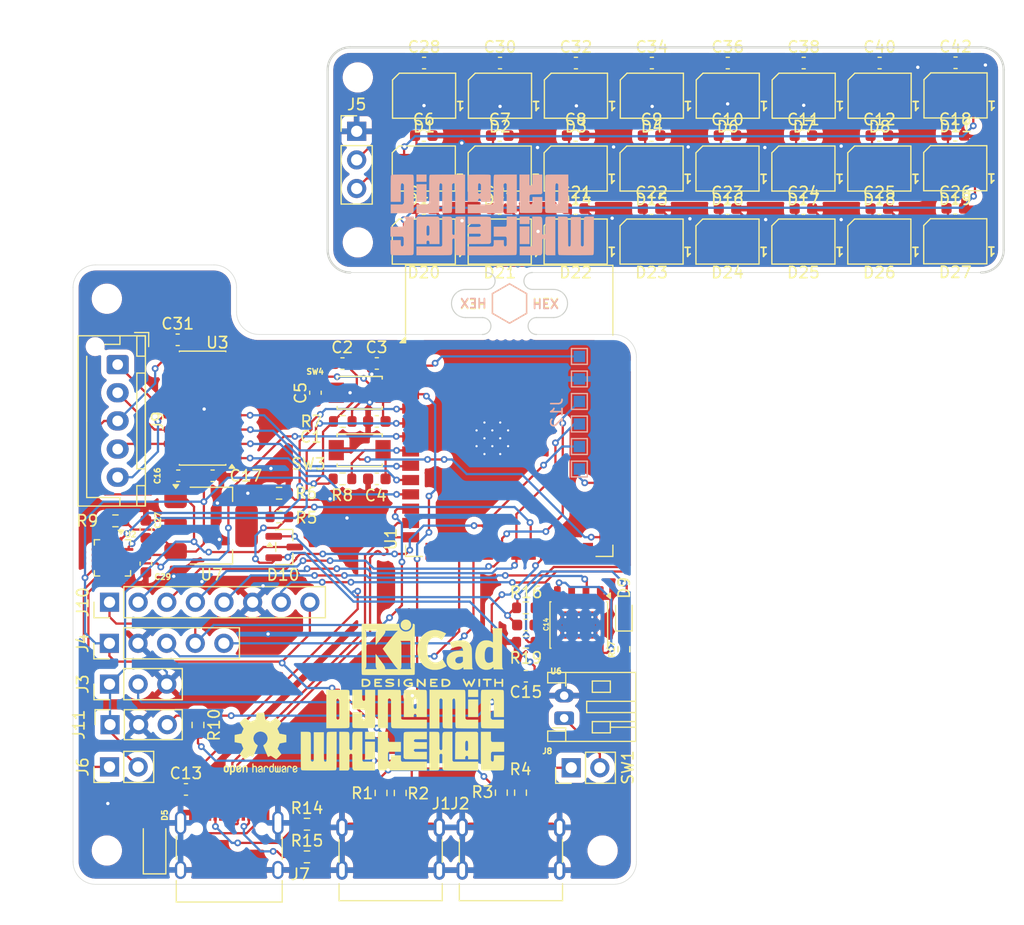
<source format=kicad_pcb>
(kicad_pcb (version 20241229) (generator "pcbnew") (generator_version "9.0")
  (layers (0 "F.Cu" signal) (2 "B.Cu" signal) (13 "F.Paste" user) (15 "B.Paste" user) (5 "F.SilkS" user "F.Silkscreen") (7 "B.SilkS" user "B.Silkscreen") (1 "F.Mask" user) (3 "B.Mask" user) (25 "Edge.Cuts" user))
  (net 0 "")
  (net 1 "/CHIP_PU")
  (net 2 "GND")
  (net 3 "+3.3V")
  (net 4 "/IO0")
  (net 5 "Net-(D1-VDD)")
  (net 6 "/OtherGND")
  (net 7 "/VCC 5v")
  (net 8 "/VBat")
  (net 9 "/ActivePower")
  (net 10 "Net-(D1-DOUT)")
  (net 11 "Net-(D1-DIN)")
  (net 12 "Net-(D2-DOUT)")
  (net 13 "Net-(D3-DOUT)")
  (net 14 "Net-(D4-DOUT)")
  (net 15 "Net-(D5-Pad1)")
  (net 16 "Net-(D6-DOUT)")
  (net 17 "Net-(D7-DOUT)")
  (net 18 "Net-(D11-DIN)")
  (net 19 "Net-(D9-K)")
  (net 20 "Net-(D11-DOUT)")
  (net 21 "Net-(D12-DOUT)")
  (net 22 "Net-(D13-DOUT)")
  (net 23 "Net-(D14-DOUT)")
  (net 24 "Net-(D15-DOUT)")
  (net 25 "Net-(D16-DOUT)")
  (net 26 "Net-(D17-DOUT)")
  (net 27 "Net-(D18-DOUT)")
  (net 28 "Net-(D19-DOUT)")
  (net 29 "Net-(D20-DOUT)")
  (net 30 "Net-(D21-DOUT)")
  (net 31 "Net-(D22-DOUT)")
  (net 32 "Net-(D23-DOUT)")
  (net 33 "Net-(D24-DOUT)")
  (net 34 "Net-(D25-DOUT)")
  (net 35 "Net-(D26-DOUT)")
  (net 37 "Net-(J1-CC2)")
  (net 38 "Net-(J1-CC1)")
  (net 39 "Net-(J2-CC2)")
  (net 40 "Net-(J2-CC1)")
  (net 41 "/Pixel Data")
  (net 42 "/SDA")
  (net 43 "/SCL")
  (net 44 "/INT")
  (net 45 "Net-(J6-Pin_1)")
  (net 46 "Net-(J6-Pin_2)")
  (net 47 "Net-(J7-CC2)")
  (net 48 "/D+")
  (net 50 "/D-")
  (net 51 "Net-(J7-CC1)")
  (net 53 "/Coil2")
  (net 54 "/Coil4")
  (net 55 "/Coil3")
  (net 56 "/Coil1")
  (net 57 "/MISO")
  (net 58 "/SCK")
  (net 59 "/IRQ")
  (net 60 "/RST")
  (net 61 "/MOSI")
  (net 62 "/VSENSE")
  (net 63 "/IO21")
  (net 64 "Net-(U6-CE)")
  (net 65 "Net-(U6-~{CHRG})")
  (net 66 "Net-(U6-PROG)")
  (net 68 "/IO15")
  (net 69 "/Data")
  (net 71 "/Frame Clock")
  (net 73 "/IO16")
  (net 81 "/Bit Clock")
  (net 82 "/IO38")
  (net 85 "/IO17")
  (net 99 "/IO18")
  (net 100 "Net-(J8-Pin_1)")
  (net 101 "Net-(U2-~{SD_MODE})")
  (footprint "Connector_PinSocket_2.54mm:PinSocket_1x03_P2.54mm_Vertical" (layer "F.Cu") (at 123.695 88.25 90)
    (property "Reference" "J11")
    (property "Value" "Conn_01x03")
  )
  (footprint "PiZero:LED_SK6812MINI_PLCC4_3.5x3.5mm_P1.75mm" (layer "F.Cu") (at 171.782398 32.4 180)
    (property "Reference" "D4")
    (property "Value" "SK6812MINI")
  )
  (footprint "PiZero:LED_SK6812MINI_PLCC4_3.5x3.5mm_P1.75mm" (layer "F.Cu") (at 198.735459 32.375 180)
    (property "Reference" "D11")
    (property "Value" "SK6812MINI")
  )
  (footprint "Resistor_SMD:R_0603_1608Metric" (layer "F.Cu") (at 160.6 80.925)
    (property "Reference" "R19")
    (property "Value" "5k")
  )
  (footprint "Capacitor_SMD:C_0603_1608Metric" (layer "F.Cu") (at 185.258928 29.5)
    (property "Reference" "C38")
    (property "Value" "100nF")
  )
  (footprint "PiZero:LED_SK6812MINI_PLCC4_3.5x3.5mm_P1.75mm" (layer "F.Cu") (at 151.567602 32.4 180)
    (property "Reference" "D1")
    (property "Value" "SK6812MINI")
  )
  (footprint "Connector_JST:JST_XH_B5B-XH-AM_1x05_P2.50mm_Vertical" (layer "F.Cu") (at 124.375 56.2775 -90)
    (property "Reference" "J9")
    (property "Value" "Conn_01x05")
  )
  (footprint "Connector_USB:USB_C_Receptacle_HRO_TYPE-C-31-M-17" (layer "F.Cu") (at 159.275 100.37)
    (property "Reference" "J2")
    (property "Value" "USB_C_Receptacle_PowerOnly_6P")
  )
  (footprint "Capacitor_SMD:C_0603_1608Metric" (layer "F.Cu") (at 130.435 94)
    (property "Reference" "C13")
    (property "Value" "10uF")
  )
  (footprint "Connector_PinHeader_2.54mm:PinHeader_1x03_P2.54mm_Vertical" (layer "F.Cu") (at 145.585459 35.56)
    (property "Reference" "J5")
    (property "Value" "Conn_01x03")
  )
  (footprint "Package_TO_SOT_SMD:SOT-23" (layer "F.Cu") (at 139.1625 72.475)
    (property "Reference" "D10")
    (property "Value" "BAT54C")
  )
  (footprint "MountingHole:MountingHole_2.2mm_M2" (layer "F.Cu") (at 145.685459 45.425)
    (property "Reference" "REF**" (hide yes))
    (property "Value" "MountingHole_2.2mm_M2")
  )
  (footprint "Connector_PinHeader_2.54mm:PinHeader_1x08_P2.54mm_Vertical" (layer "F.Cu") (at 123.65 77.375 90)
    (property "Reference" "J10")
    (property "Value" "Conn_01x08")
  )
  (footprint "Package_DFN_QFN:TQFN-16-1EP_3x3mm_P0.5mm_EP1.23x1.23mm" (layer "F.Cu") (at 123.9125 73.4375 -90)
    (property "Reference" "U2")
    (property "Value" "MAX98357A")
  )
  (footprint "Resistor_SMD:R_0603_1608Metric" (layer "F.Cu") (at 160.6 77.875)
    (property "Reference" "R16")
    (property "Value" "0.4R")
  )
  (footprint "Resistor_SMD:R_0603_1608Metric" (layer "F.Cu") (at 138.7 67.7)
    (property "Reference" "R6")
    (property "Value" "1M")
  )
  (footprint "PiZero:LED_SK6812MINI_PLCC4_3.5x3.5mm_P1.75mm" (layer "F.Cu") (at 185.233928 38.865 180)
    (property "Reference" "D17")
    (property "Value" "SK6812MINI")
  )
  (footprint "Capacitor_SMD:C_0603_1608Metric" (layer "F.Cu") (at 151.567602 29.5)
    (property "Reference" "C28")
    (property "Value" "100nF")
  )
  (footprint "PiZero:LED_SK6812MINI_PLCC4_3.5x3.5mm_P1.75mm" (layer "F.Cu") (at 185.233928 45.35 180)
    (property "Reference" "D25")
    (property "Value" "SK6812MINI")
  )
  (footprint "PiZero:LED_SK6812MINI_PLCC4_3.5x3.5mm_P1.75mm" (layer "F.Cu") (at 158.280867 38.865 180)
    (property "Reference" "D13")
    (property "Value" "SK6812MINI")
  )
  (footprint "PiZero:LED_SK6812MINI_PLCC4_3.5x3.5mm_P1.75mm" (layer "F.Cu") (at 165.044133 32.4 180)
    (property "Reference" "D3")
    (property "Value" "SK6812MINI")
  )
  (footprint "Capacitor_SMD:C_0603_1608Metric" (layer "F.Cu") (at 178.495663 35.94)
    (property "Reference" "C10")
    (property "Value" "100nF")
  )
  (footprint "Symbol:OSHW-Logo2_7.3x6mm_SilkScreen" (layer "F.Cu") (at 137.05 89.95)
    (property "Reference" "REF**" (hide yes))
    (property "Value" "OSHW-Logo2_7.3x6mm_SilkScreen" (hide yes))
  )
  (footprint "Capacitor_SMD:C_0603_1608Metric" (layer "F.Cu") (at 191.972194 35.94)
    (property "Reference" "C12")
    (property "Value" "100nF")
  )
  (footprint "Capacitor_SMD:C_0603_1608Metric" (layer "F.Cu") (at 126.875 73.95 -90)
    (property "Reference" "C29")
    (property "Value" "10uF" (hide yes))
  )
  (footprint "Capacitor_SMD:C_0603_1608Metric" (layer "F.Cu") (at 191.972194 42.425)
    (property "Reference" "C25")
    (property "Value" "100nF")
  )
  (footprint "Capacitor_SMD:C_0603_1608Metric" (layer "F.Cu") (at 129.75 66.15)
    (property "Reference" "C16")
    (property "Value" "4.7uF")
  )
  (footprint "Capacitor_SMD:C_0603_1608Metric" (layer "F.Cu") (at 147.375 61.325 180)
    (property "Reference" "C1")
    (property "Value" "1uF")
  )
  (footprint "Resistor_SMD:R_0603_1608Metric" (layer "F.Cu") (at 169.3 81.55 -90)
    (property "Reference" "R17")
    (property "Value" "1k")
  )
  (footprint "Resistor_SMD:R_0603_1608Metric" (layer "F.Cu") (at 144.325 66.425)
    (property "Reference" "R8")
    (property "Value" "10k")
  )
  (footprint "Package_TO_SOT_SMD:SOT-223-3_TabPin2" (layer "F.Cu") (at 132.6625 70.575)
    (property "Reference" "U7")
    (property "Value" "AP7361C-33E")
  )
  (footprint "Capacitor_SMD:C_0603_1608Metric" (layer "F.Cu") (at 178.495663 42.425)
    (property "Reference" "C23")
    (property "Value" "100nF")
  )
  (footprint "Package_SO:SOIC-8-1EP_3.9x4.9mm_P1.27mm_EP2.41x3.3mm_ThermalVias" (layer "F.Cu") (at 165.3 79.4 -90)
    (property "Reference" "U6")
    (property "Value" "TP4056-42-ESOP8")
  )
  (footprint "Capacitor_SMD:C_0603_1608Metric" (layer "F.Cu") (at 171.757398 42.425)
    (property "Reference" "C22")
    (property "Value" "100nF")
  )
  (footprint "Capacitor_SMD:C_0603_1608Metric" (layer "F.Cu") (at 198.710459 42.4)
    (property "Reference" "C26")
    (property "Value" "100nF")
  )
  (footprint "PCM_marbastlib-various:mousebites_5p5mm_easysnap" (layer "F.Cu") (at 159.15 48.1 90)
    (property "Reference" "MB5" (hide yes))
    (property "Value" "5.5mm" (hide yes))
    (fp_line (start -4 -3.9) (end -4 -2.4) (stroke (width 0.1)) (layer "Edge.Cuts"))
    (fp_line (start -1.5 -2.03) (end -1.5 -3.9) (stroke (width 0.1)) (layer "Edge.Cuts"))
    (fp_line (start -4 2.4) (end -4 3.9) (stroke (width 0.1)) (layer "Edge.Cuts"))
    (fp_line (start -1.5 3.9) (end -1.5 2.03) (stroke (width 0.1)) (layer "Edge.Cuts"))
    (fp_arc (start -4 -3.9) (mid -2.75 -5.15) (end -1.5 -3.9) (stroke (width 0.1)) (layer "Edge.Cuts"))
    (fp_arc (start -4 -2.4) (mid -4.75 -1.65) (end -5.5 -2.4) (stroke (width 0.1)) (layer "Edge.Cuts"))
    (fp_arc (start 0 -2.03) (mid -0.75 -1.28) (end -1.5 -2.03) (stroke (width 0.1)) (layer "Edge.Cuts"))
    (fp_arc (start -1.5 2.03) (mid -0.75 1.28) (end 0 2.03) (stroke (width 0.1)) (layer "Edge.Cuts"))
    (fp_arc (start -5.5 2.4) (mid -4.75 1.65) (end -4 2.4) (stroke (width 0.1)) (layer "Edge.Cuts"))
    (fp_arc (start -1.5 3.9) (mid -2.75 5.15) (end -4 3.9) (stroke (width 0.1)) (layer "Edge.Cuts"))
  )
  (footprint "Connector_PinHeader_2.54mm:PinHeader_1x02_P2.54mm_Vertical" (layer "F.Cu") (at 123.65 92 90)
    (property "Reference" "J6")
    (property "Value" "Conn_01x02")
  )
  (footprint "Capacitor_SMD:C_0603_1608Metric" (layer "F.Cu") (at 171.782398 29.5)
    (property "Reference" "C34")
    (property "Value" "100nF")
  )
  (footprint "PiZero:LED_SK6812MINI_PLCC4_3.5x3.5mm_P1.75mm" (layer "F.Cu") (at 171.757398 45.35 180)
    (property "Reference" "D23")
    (property "Value" "SK6812MINI")
  )
  (footprint "LOGO" (layer "F.Cu") (at 149.65 88.725)
    (property "Reference" "G***" (hide yes))
    (property "Value" "LOGO" (hide yes))
  )
  (footprint "Resistor_SMD:R_0603_1608Metric" (layer "F.Cu") (at 144.35 61.325)
    (property "Reference" "R7")
    (property "Value" "10K")
  )
  (footprint "Symbol:KiCad-Logo2_5mm_SilkScreen" (layer "F.Cu") (at 152.3 81.9)
    (property "Reference" "REF**" (hide yes))
    (property "Value" "KiCad-Logo2_5mm_SilkScreen" (hide yes))
  )
  (footprint "MountingHole:MountingHole_2.2mm_M2" (layer "F.Cu") (at 167.413 99.425)
    (property "Reference" "REF**" (hide yes))
    (property "Value" "MountingHole_2.2mm_M2")
  )
  (footprint "Connector_USB:USB_C_Receptacle_HRO_TYPE-C-31-M-17" (layer "F.Cu") (at 148.6 100.37)
    (property "Reference" "J1")
    (property "Value" "USB_C_Receptacle_PowerOnly_6P")
  )
  (footprint "Capacitor_SMD:C_0603_1608Metric" (layer "F.Cu") (at 160.6 79.4 180)
    (property "Reference" "C14")
    (property "Value" "10uF")
  )
  (footprint "RF_Module:ESP32-S3-WROOM-1" (layer "F.Cu") (at 159.125 60.36)
    (property "Reference" "U1")
    (property "Value" "ESP32-S3-WROOM-1")
  )
  (footprint "Capacitor_SMD:C_0603_1608Metric" (layer "F.Cu") (at 132.8 66.15)
    (property "Reference" "C17")
    (property "Value" "4.7uF")
  )
  (footprint "PiZero:LED_SK6812MINI_PLCC4_3.5x3.5mm_P1.75mm" (layer "F.Cu") (at 191.997194 32.4 180)
    (property "Reference" "D8")
    (property "Value" "SK6812MINI")
  )
  (footprint "Capacitor_SMD:C_0603_1608Metric" (layer "F.Cu") (at 191.997194 29.5)
    (property "Reference" "C40")
    (property "Value" "100nF")
  )
  (footprint "PiZero:LED_SK6812MINI_PLCC4_3.5x3.5mm_P1.75mm" (layer "F.Cu") (at 198.710459 45.325 180)
    (property "Reference" "D27")
    (property "Value" "SK6812MINI")
  )
  (footprint "Connector_PinHeader_2.54mm:PinHeader_1x02_P2.54mm_Vertical" (layer "F.Cu") (at 164.627 92.075 90)
    (property "Reference" "SW1")
    (property "Value" "SW_SPST")
  )
  (footprint "PiZero:LED_SK6812MINI_PLCC4_3.5x3.5mm_P1.75mm" (layer "F.Cu") (at 165.019133 45.35 180)
    (property "Reference" "D22")
    (property "Value" "SK6812MINI")
  )
  (footprint "MountingHole:MountingHole_2.2mm_M2" (layer "F.Cu") (at 123.412 50.425)
    (property "Reference" "REF**" (hide yes))
    (property "Value" "MountingHole_2.2mm_M2")
  )
  (footprint "PiZero:LED_SK6812MINI_PLCC4_3.5x3.5mm_P1.75mm" (layer "F.Cu") (at 178.520663 32.4 180)
    (property "Reference" "D6")
    (property "Value" "SK6812MINI")
  )
  (footprint "Resistor_SMD:R_0603_1608Metric" (layer "F.Cu") (at 158.425 94.29 90)
    (property "Reference" "R3")
    (property "Value" "4.7k")
  )
  (footprint "TS-1088-AR02016:SW_TS-1088-AR02016" (layer "F.Cu") (at 145.85 63.875)
    (property "Reference" "SW3")
    (property "Value" "SW_Push")
  )
  (footprint "PiZero:LED_SK6812MINI_PLCC4_3.5x3.5mm_P1.75mm" (layer "F.Cu") (at 198.710459 38.84 180)
    (property "Reference" "D19")
    (property "Value" "SK6812MINI")
  )
  (footprint "Connector_USB:USB_C_Receptacle_HRO_TYPE-C-31-M-12" (layer "F.Cu") (at 134.275 100.1)
    (property "Reference" "J7")
    (property "Value" "USB_C_Receptacle_USB2.0_16P")
  )
  (footprint "Capacitor_SMD:C_0603_1608Metric" (layer "F.Cu") (at 198.735459 29.475)
    (property "Reference" "C42")
    (property "Value" "100nF")
  )
  (footprint "Resistor_SMD:R_0603_1608Metric" (layer "F.Cu") (at 138.725 69.8 180)
    (property "Reference" "R5")
    (property "Value" "1M")
  )
  (footprint "Capacitor_SMD:C_0603_1608Metric" (layer "F.Cu") (at 151.542602 42.425)
    (property "Reference" "C19")
    (property "Value" "100nF")
  )
  (footprint "PiZero:LED_SK6812MINI_PLCC4_3.5x3.5mm_P1.75mm" (layer "F.Cu") (at 158.280867 45.35 180)
    (property "Reference" "D21")
    (property "Value" "SK6812MINI")
  )
  (footprint "PiZero:LED_SK6812MINI_PLCC4_3.5x3.5mm_P1.75mm" (layer "F.Cu") (at 191.972194 38.865 180)
    (property "Reference" "D18")
    (property "Value" "SK6812MINI")
  )
  (footprint "Capacitor_SMD:C_0603_1608Metric" (layer "F.Cu") (at 144.325 56.185 180)
    (property "Reference" "C2")
    (property "Value" "0.1uF")
  )
  (footprint "Capacitor_SMD:C_0603_1608Metric" (layer "F.Cu") (at 158.280867 35.94)
    (property "Reference" "C7")
    (property "Value" "100nF")
  )
  (footprint "PiZero:LED_SK6812MINI_PLCC4_3.5x3.5mm_P1.75mm" (layer "F.Cu") (at 178.495663 38.865 180)
    (property "Reference" "D16")
    (property "Value" "SK6812MINI")
  )
  (footprint "Capacitor_SMD:C_0603_1608Metric" (layer "F.Cu") (at 171.757398 35.94)
    (property "Reference" "C9")
    (property "Value" "100nF")
  )
  (footprint "Resistor_SMD:R_0603_1608Metric" (layer "F.Cu") (at 124.175 70.15 180)
    (property "Reference" "R9")
    (property "Value" "634k")
  )
  (footprint "PiZero:LED_SK6812MINI_PLCC4_3.5x3.5mm_P1.75mm" (layer "F.Cu") (at 158.305867 32.4 180)
    (property "Reference" "D2")
    (property "Value" "SK6812MINI")
  )
  (footprint "Connector_PinHeader_2.54mm:PinHeader_1x03_P2.54mm_Vertical" (layer "F.Cu") (at 123.65 84.65 90)
    (property "Reference" "J3")
    (property "Value" "Conn_01x03")
  )
  (footprint "Resistor_SMD:R_0603_1608Metric" (layer "F.Cu") (at 131.5 88.275 -90)
    (property "Reference" "R10")
    (property "Value" "10k")
  )
  (footprint "PiZero:LED_SK6812MINI_PLCC4_3.5x3.5mm_P1.75mm" (layer "F.Cu") (at 151.542602 45.35 180)
    (property "Reference" "D20")
    (property "Value" "SK6812MINI")
  )
  (footprint "MountingHole:MountingHole_2.2mm_M2" (layer "F.Cu") (at 123.412 99.425)
    (property "Reference" "REF**" (hide yes))
    (property "Value" "MountingHole_2.2mm_M2")
  )
  (footprint "Capacitor_SMD:C_0603_1608Metric" (layer "F.Cu") (at 185.233928 42.425)
    (property "Reference" "C24")
    (property "Value" "100nF")
  )
  (footprint "Capacitor_SMD:C_0603_1608Metric" (layer "F.Cu") (at 126.875 70.9 90)
    (property "Reference" "C27")
    (property "Value" "0.1uF")
  )
  (footprint "PiZero:LED_SK6812MINI_PLCC4_3.5x3.5mm_P1.75mm" (layer "F.Cu") (at 165.019133 38.865 180)
    (property "Reference" "D14")
    (property "Value" "SK6812MINI")
  )
  (footprint "PiZero:LED_SK6812MINI_PLCC4_3.5x3.5mm_P1.75mm" (layer "F.Cu") (at 185.258928 32.4 180)
    (property "Reference" "D7")
    (property "Value" "SK6812MINI")
  )
  (footprint "Connector_PinHeader_2.54mm:PinHeader_1x05_P2.54mm_Vertical" (layer "F.Cu") (at 123.64 81.025 90)
    (property "Reference" "J4")
    (property "Value" "Conn_01x05")
  )
  (footprint "Capacitor_SMD:C_0603_1608Metric" (layer "F.Cu") (at 178.520663 29.5)
    (property "Reference" "C36")
    (property "Value" "100nF")
  )
  (footprint "Capacitor_SMD:C_0603_1608Metric" (layer "F.Cu") (at 147.375 56.175 180)
    (property "Reference" "C3")
    (property "Value" "10uF")
  )
  (footprint "Capacitor_SMD:C_0603_1608Metric" (layer "F.Cu") (at 185.233928 35.94)
    (property "Reference" "C11")
    (property "Value" "100nF")
  )
  (footprint "Diode_SMD:D_SOD-123" (layer "F.Cu") (at 127.65 99.14 90)
    (property "Reference" "D5")
    (property "Value" "1N5819HW-7-F")
  )
  (footprint "Capacitor_SMD:C_0603_1608Metric" (layer "F.Cu") (at 165.019133 35.94)
    (property "Reference" "C8")
    (property "Value" "100nF")
  )
  (footprint "Resistor_SMD:R_0603_1608Metric" (layer "F.Cu") (at 141.175 97.09)
    (property "Reference" "R14")
    (property "Value" "5.1k")
  )
  (footprint "Capacitor_SMD:C_0603_1608Metric" (layer "F.Cu") (at 147.375 66.425 180)
    (property "Reference" "C4")
    (property "Value" "0.1uF")
  )
  (footprint "Connector_JST:JST_PH_S2B-PH-K_1x02_P2.00mm_Horizontal" (layer "F.Cu") (at 164 87.675 90)
    (property "Reference" "J8")
    (property "Value" "Conn_01x02")
  )
  (footprint "Capacitor_SMD:C_0603_1608Metric" (layer "F.Cu") (at 129.7 54.075)
    (property "Reference" "C31")
    (property "Value" "22uF")
  )
  (footprint "Capacitor_SMD:C_0603_1608Metric" (layer "F.Cu") (at 160.6 83.95 180)
    (property "Reference" "C15")
    (property "Value" "10uF")
  )
  (footprint "Capacitor_SMD:C_0603_1608Metric" (layer "F.Cu") (at 165.019133 42.425)
    (property "Reference" "C21")
    (property "Value" "100nF")
  )
  (footprint "PiZero:LED_SK6812MINI_PLCC4_3.5x3.5mm_P1.75mm" (layer "F.Cu") (at 151.542602 38.865 180)
    (property "Reference" "D12")
    (property "Value" "SK6812MINI")
  )
  (footprint "TS-1088-AR02016:SW_TS-1088-AR02016" (layer "F.Cu") (at 145.85 58.775)
    (property "Reference" "SW4")
    (property "Value" "SW_Push")
  )
  (footprint "Capacitor_SMD:C_0603_1608Metric" (layer "F.Cu") (at 158.280867 42.425)
    (property "Reference" "C20")
    (property "Value" "100nF")
  )
  (footprint "PiZero:LED_SK6812MINI_PLCC4_3.5x3.5mm_P1.75mm" (layer "F.Cu") (at 178.495663 45.35 180)
    (property "Reference" "D24")
    (property "Value" "SK6812MINI")
  )
  (footprint "Capacitor_SMD:C_0603_1608Metric" (layer "F.Cu") (at 158.305867 29.5)
    (property "Reference" "C30")
    (property "Value" "100nF")
  )
  (footprint "Capacitor_SMD:C_0603_1608Metric" (layer "F.Cu") (at 165.044133 29.5)
    (property "Reference" "C32")
    (property "Value" "100nF")
  )
  (footprint "Package_SO:SOIC-16_3.9x9.9mm_P1.27mm" (layer "F.Cu") (at 131.9125 60.14 180)
    (property "Reference" "U3")
    (property "Value" "ULN2003")
  )
  (footprint "Resistor_SMD:R_0603_1608Metric" (layer "F.Cu") (at 141.175 99.99)
    (property "Reference" "R15")
    (property "Value" "5.1k")
  )
  (footprint "PiZero:LED_SK6812MINI_PLCC4_3.5x3.5mm_P1.75mm" (layer "F.Cu") (at 191.972194 45.35 180)
    (property "Reference" "D26")
    (property "Value" "SK6812MINI")
  )
  (footprint "Resistor_SMD:R_0603_1608Metric" (layer "F.Cu") (at 147.75 94.315 90)
    (property "Reference" "R1")
    (property "Value" "4.7k")
  )
  (footprint "Resistor_SMD:R_0603_1608Metric" (layer "F.Cu") (at 149.45 94.315 90)
    (property "Reference" "R2")
    (property "Value" "4.7k")
  )
  (footprint "Resistor_SMD:R_0603_1608Metric" (layer "F.Cu") (at 160.125 94.29 90)
    (property "Reference" "R4")
    (property "Value" "4.7k")
  )
  (footprint "Capacitor_SMD:C_0603_1608Metric" (layer "F.Cu") (at 151.542602 35.94)
    (property "Reference" "C6")
    (property "Value" "100nF")
  )
  (footprint "LED_SMD:LED_0603_1608Metric" (layer "F.Cu") (at 169.3 78.45 90)
    (property "Reference" "D9")
    (property "Value" "LED")
  )
  (footprint "Capacitor_SMD:C_0603_1608Metric" (layer "F.Cu") (at 198.710459 35.915)
    (property "Reference" "C18")
    (property "Value" "100nF")
  )
  (footprint "PiZero:LED_SK6812MINI_PLCC4_3.5x3.5mm_P1.75mm" (layer "F.Cu") (at 171.757398 38.865 180)
    (property "Reference" "D15")
    (property "Value" "SK6812MINI")
  )
  (footprint "Capacitor_SMD:C_0603_1608Metric" (layer "F.Cu") (at 141.925 58.775 -90)
    (property "Reference" "C5")
    (property "Value" "0.1uF")
  )
  (footprint "MountingHole:MountingHole_2.2mm_M2" (layer "F.Cu") (at 145.685459 30.775)
    (property "Reference" "REF**" (hide yes))
    (property "Value" "MountingHole_2.2mm_M2")
  )
  (footprint "LOGO" (layer "B.Cu") (at 157.610459 42.975 180)
    (property "Reference" "G***" (hide yes))
    (property "Value" "LOGO" (hide yes))
  )
  (footprint "Screen:6PinTestPoint_Pad_2.0x2.0mm" (layer "B.Cu") (at 165.35 60.55 -90)
    (property "Reference" "J12")
    (property "Value" "Conn_01x06")
  )
  (gr_arc (start 170.4125 100.425) (mid 169.826714 101.839214) (end 168.4125 102.425) (stroke (width 0.05)) (layer "Edge.Cuts"))
  (gr_line (start 161.18 48.1) (end 201.010459 48.1) (stroke (width 0.05)) (layer "Edge.Cuts"))
  (gr_line (start 156.75 53.6) (end 136.9245 53.6) (stroke (width 0.05)) (layer "Edge.Cuts"))
  (gr_arc (start 201.010459 28.1) (mid 202.424673 28.685786) (end 203.010459 30.1) (stroke (width 0.2)) (layer "Edge.Cuts"))
  (gr_line (start 120.4125 100.425) (end 120.4125 49.425) (stroke (width 0.05)) (layer "Edge.Cuts"))
  (gr_line (start 143.010459 46.1) (end 143.010459 30.1) (stroke (width 0.2)) (layer "Edge.Cuts"))
  (gr_arc (start 203.010459 46.1) (mid 202.424673 47.514214) (end 201.010459 48.1) (stroke (width 0.2)) (layer "Edge.Cuts"))
  (gr_line (start 132.9245 47.425) (end 122.4125 47.425) (stroke (width 0.05)) (layer "Edge.Cuts"))
  (gr_arc (start 120.4125 49.425) (mid 120.998286 48.010786) (end 122.4125 47.425) (stroke (width 0.05)) (layer "Edge.Cuts"))
  (gr_line (start 168.4125 53.6) (end 161.55 53.6) (stroke (width 0.05)) (layer "Edge.Cuts"))
  (gr_arc (start 122.4125 102.425) (mid 120.998286 101.839214) (end 120.4125 100.425) (stroke (width 0.05)) (layer "Edge.Cuts"))
  (gr_arc (start 145.010459 48.1) (mid 143.596245 47.514214) (end 143.010459 46.1) (stroke (width 0.2)) (layer "Edge.Cuts"))
  (gr_line (start 170.4125 100.425) (end 170.4125 55.6) (stroke (width 0.05)) (layer "Edge.Cuts"))
  (gr_line (start 122.4125 102.425) (end 168.4125 102.425) (stroke (width 0.05)) (layer "Edge.Cuts"))
  (gr_arc (start 168.4125 53.6) (mid 169.826714 54.185786) (end 170.4125 55.6) (stroke (width 0.05)) (layer "Edge.Cuts"))
  (gr_line (start 134.9245 51.6) (end 134.9245 49.425) (stroke (width 0.05)) (layer "Edge.Cuts"))
  (gr_line (start 203.010459 30.1) (end 203.010459 46.1) (stroke (width 0.2)) (layer "Edge.Cuts"))
  (gr_arc (start 136.9245 53.6) (mid 135.510286 53.014214) (end 134.9245 51.6) (stroke (width 0.05)) (layer "Edge.Cuts"))
  (gr_arc (start 143.010459 30.1) (mid 143.596245 28.685786) (end 145.010459 28.1) (stroke (width 0.2)) (layer "Edge.Cuts"))
  (gr_arc (start 132.9245 47.425) (mid 134.338714 48.010786) (end 134.9245 49.425) (stroke (width 0.05)) (layer "Edge.Cuts"))
  (gr_line (start 145.010459 48.1) (end 157.12 48.1) (stroke (width 0.05)) (layer "Edge.Cuts"))
  (gr_line (start 145.010459 28.1) (end 201.010459 28.1) (stroke (width 0.2)) (layer "Edge.Cuts"))
  (segment (start 146.75 58.775) (end 147.925 58.775) (width 0.2) (layer "F.Cu") (net 1))
  (segment (start 149.06 57.64) (end 150.375 57.64) (width 0.2) (layer "F.Cu") (net 1))
  (segment (start 147.925 58.775) (end 147.925 61.1) (width 0.2) (layer "F.Cu") (net 1))
  (segment (start 146.75 58.05) (end 146.75 58.775) (width 0.2) (layer "F.Cu") (net 1))
  (segment (start 147.925 58.775) (end 149.06 57.64) (width 0.2) (layer "F.Cu") (net 1))
  (segment (start 142.575 57.35) (end 143.85 57.35) (width 0.2) (layer "F.Cu") (net 1))
  (segment (start 141.925 58) (end 142.575 57.35) (width 0.2) (layer "F.Cu") (net 1))
  (segment (start 145.175 60.35) (end 146.75 58.775) (width 0.2) (layer "F.Cu") (net 1))
  (segment (start 146.2 57.5) (end 146.75 58.05) (width 0.2) (layer "F.Cu") (net 1))
  (segment (start 147.925 61.1) (end 148.15 61.325) (width 0.2) (layer "F.Cu") (net 1))
  (segment (start 145.175 61.325) (end 145.175 60.35) (width 0.2) (layer "F.Cu") (net 1))
  (via (at 143.85 57.35) (size 0.6) (drill 0.3) (layers "F.Cu" "B.Cu") (net 1))
  (via (at 146.2 57.5) (size 0.6) (drill 0.3) (layers "F.Cu" "B.Cu") (net 1))
  (segment (start 143.85 57.35) (end 146.05 57.35) (width 0.2) (layer "B.Cu") (net 1))
  (segment (start 146.05 57.35) (end 146.2 57.5) (width 0.2) (layer "B.Cu") (net 1))
  (segment (start 124.1625 73.1875) (end 125.35 73.1875) (width 0.2) (layer "F.Cu") (net 2))
  (segment (start 131.1 65.05) (end 132.975 65.05) (width 0.2) (layer "F.Cu") (net 2))
  (segment (start 130.525 65.625) (end 131.1 65.05) (width 0.2) (layer "F.Cu") (net 2))
  (segment (start 124.1625 72) (end 124.1625 69.798436) (width 0.2) (layer "F.Cu") (net 2))
  (segment (start 164.665 78.765) (end 165.3 79.4) (width 0.2) (layer "F.Cu") (net 2))
  (segment (start 126.875 75.225) (end 126.875 74.725) (width 0.2) (layer "F.Cu") (net 2))
  (segment (start 132.975 65.05) (end 133.575 65.65) (width 0.2) (layer "F.Cu") (net 2))
  (segment (start 124.685936 69.275) (end 126.65 69.275) (width 0.2) (layer "F.Cu") (net 2))
  (segment (start 145.849 68.276) (end 146.6 67.525) (width 0.2) (layer "F.Cu") (net 2))
  (segment (start 123.9125 73.4375) (end 124.1625 73.6875) (width 0.2) (layer "F.Cu") (net 2))
  (segment (start 123.6625 72) (end 123.6625 73.1875) (width 0.2) (layer "F.Cu") (net 2))
  (segment (start 123.9125 73.4375) (end 124.1625 73.1875) (width 0.2) (layer "F.Cu") (net 2))
  (segment (start 142.7 58.775) (end 141.925 59.55) (width 0.2) (layer "F.Cu") (net 2))
  (segment (start 146.6 67.525) (end 146.6 66.425) (width 0.2) (layer "F.Cu") (net 2))
  (segment (start 124.1625 69.798436) (end 124.685936 69.275) (width 0.2) (layer "F.Cu") (net 2))
  (segment (start 143.775 58.775) (end 144.999 58.775) (width 0.2) (layer "F.Cu") (net 2))
  (segment (start 129.5125 70.575) (end 129.0625 70.125) (width 0.2) (layer "F.Cu") (net 2))
  (segment (start 124.1625 75.303298) (end 124.447702 75.5885) (width 0.2) (layer "F.Cu") (net 2))
  (segment (start 130.525 66.15) (end 130.525 65.625) (width 0.2) (layer "F.Cu") (net 2))
  (segment (start 133.575 65.65) (end 133.575 66.15) (width 0.2) (layer "F.Cu") (net 2))
  (segment (start 123.6625 73.1875) (end 123.9125 73.4375) (width 0.2) (layer "F.Cu") (net 2))
  (segment (start 126.5115 75.5885) (end 126.875 75.225) (width 0.2) (layer "F.Cu") (net 2))
  (segment (start 126.65 69.275) (end 126.875 69.5) (width 0.2) (layer "F.Cu") (net 2))
  (segment (start 146.6 56.8) (end 146.925 57.125) (width 0.2) (layer "F.Cu") (net 2))
  (segment (start 126.875 70.125) (end 126.875 69.5) (width 0.2) (layer "F.Cu") (net 2))
  (segment (start 129.0625 70.125) (end 126.875 70.125) (width 0.2) (layer "F.Cu") (net 2))
  (segment (start 123.6625 72) (end 124.1625 72) (width 0.2) (layer "F.Cu") (net 2))
  (segment (start 124.447702 75.5885) (end 126.5115 75.5885) (width 0.2) (layer "F.Cu") (net 2))
  (segment (start 146.749998 59.625) (end 146.749998 61.175002) (width 0.2) (layer "F.Cu") (net 2))
  (segment (start 140.101 68.276) (end 145.849 68.276) (width 0.2) (layer "F.Cu") (net 2))
  (segment (start 146.749998 61.175002) (end 146.6 61.325) (width 0.2) (layer "F.Cu") (net 2))
  (segment (start 124.1625 73.6875) (end 124.1625 74.875) (width 0.2) (layer "F.Cu") (net 2))
  (segment (start 124.1625 74.875) (end 124.1625 75.303298) (width 0.2) (layer "F.Cu") (net 2))
  (segment (start 143.775 58.775) (end 142.7 58.775) (width 0.2) (layer "F.Cu") (net 2))
  (segment (start 146.6 56.175) (end 146.6 56.8) (width 0.2) (layer "F.Cu") (net 2))
  (segment (start 164.665 76.925) (end 164.665 78.765) (width 0.2) (layer "F.Cu") (net 2))
  (segment (start 139.525 67.7) (end 140.101 68.276) (width 0.2) (layer "F.Cu") (net 2))
  (via (at 123.5 95.25) (size 0.6) (drill 0.3) (layers "F.Cu" "B.Cu") (net 2))
  (via (at 133.4 71.8) (size 0.6) (drill 0.3) (layers "F.Cu" "B.Cu") (net 2))
  (via (at 132.05 60.225) (size 0.6) (drill 0.3) (layers "F.Cu" "B.Cu") (net 2))
  (via (at 137.275 75.925) (size 0.6) (drill 0.3) (layers "F.Cu" "B.Cu") (net 2))
  (via (at 137.975 65.5) (size 0.6) (drill 0.3) (layers "F.Cu" "B.Cu") (net 2))
  (via (at 133.225 68.575) (size 0.6) (drill 0.3) (layers "F.Cu" "B.Cu") (net 2))
  (via (at 135.925 67.7) (size 0.6) (drill 0.3) (layers "F.Cu" "B.Cu") (net 2))
  (via (at 137.725 80.2) (size 0.6) (drill 0.3) (layers "F.Cu" "B.Cu") (net 2))
  (via (at 144.999 58.775) (size 0.6) (drill 0.3) (layers "F.Cu" "B.Cu") (net 2))
  (via (at 131.85 75.55) (size 0.6) (drill 0.3) (layers "F.Cu" "B.Cu") (net 2))
  (via (at 144.725 69.9) (size 0.6) (drill 0.3) (layers "F.Cu" "B.Cu") (net 2))
  (via (at 146.925 57.125) (size 0.6) (drill 0.3) (layers "F.Cu" "B.Cu") (net 2))
  (via (at 143.225 68.2) (size 0.6) (drill 0.3) (layers "F.Cu" "B.Cu") (net 2))
  (via (at 146.749998 59.625) (size 0.6) (drill 0.3) (layers "F.Cu" "B.Cu") (net 2))
  (via (at 129.35 75.075) (size 0.6) (drill 0.3) (layers "F.Cu" "B.Cu") (net 2))
  (segment (start 144.999 58.775) (end 145.849 59.625) (width 0.2) (layer "B.Cu") (net 2))
  (segment (start 146.925 57.125) (end 146.925 57.825) (width 0.2) (layer "B.Cu") (net 2))
  (segment (start 146.925 57.825) (end 145.975 58.775) (width 0.2) (layer "B.Cu") (net 2))
  (segment (start 145.849 59.625) (end 146.749998 59.625) (width 0.2) (layer "B.Cu") (net 2))
  (segment (start 128.73 83.575) (end 128.73 84.65) (width 0.2) (layer "B.Cu") (net 2))
  (segment (start 145.975 58.775) (end 144.999 58.775) (width 0.2) (layer "B.Cu") (net 2))
  (segment (start 126.18 81.025) (end 128.73 83.575) (width 0.2) (layer "B.Cu") (net 2))
  (segment (start 148.15 56.175) (end 148.15 55.45) (width 0.2) (layer "F.Cu") (net 3))
  (segment (start 143.075 66.85) (end 143.5 66.425) (width 0.2) (layer "F.Cu") (net 3))
  (segment (start 143.55 85.15) (end 143.4 85) (width 0.2) (layer "F.Cu") (net 3))
  (segment (start 147.85 55.15) (end 145.325 55.15) (width 0.2) (layer "F.Cu") (net 3))
  (segment (start 141.43 80.195) (end 141.43 77.375) (width 0.2) (layer "F.Cu") (net 3))
  (segment (start 145.1 55.375) (end 145.1 56.185) (width 0.2) (layer "F.Cu") (net 3))
  (segment (start 122.475 73.6875) (end 122.475 74.1875) (width 0.2) (layer "F.Cu") (net 3))
  (segment (start 131.325 72.875) (end 129.5125 72.875) (width 0.2) (layer "F.Cu") (net 3))
  (segment (start 141.775 66.85) (end 143.075 66.85) (width 0.2) (layer "F.Cu") (net 3))
  (segment (start 157.49 93.465) (end 156.875 92.85) (width 0.2) (layer "F.Cu") (net 3))
  (segment (start 148.15 55.45) (end 147.85 55.15) (width 0.2) (layer "F.Cu") (net 3))
  (segment (start 147.75 93.49) (end 147.75 92.9) (width 0.2) (layer "F.Cu") (net 3))
  (segment (start 138.975 82.65) (end 141.43 80.195) (width 0.2) (layer "F.Cu") (net 3))
  (segment (start 150.18 56.175) (end 150.375 56.37) (width 0.2) (layer "F.Cu") (net 3))
  (segment (start 142.6 66.025) (end 141.775 66.85) (width 0.2) (layer "F.Cu") (net 3))
  (segment (start 147.75 92.9) (end 148.375 92.275) (width 0.2) (layer "F.Cu") (net 3))
  (segment (start 123.64 82.14) (end 124.15 82.65) (width 0.2) (layer "F.Cu") (net 3))
  (segment (start 125.775 70.925) (end 127.5625 70.925) (width 0.2) (layer "F.Cu") (net 3))
  (segment (start 148.15 56.175) (end 150.18 56.175) (width 0.2) (layer "F.Cu") (net 3))
  (segment (start 144 85.175) (end 144 85.15) (width 0.2) (layer "F.Cu") (net 3))
  (segment (start 145.1 56.752) (end 145.1 56.185) (width 0.2) (layer "F.Cu") (net 3))
  (segment (start 145.325 55.15) (end 145.1 55.375) (width 0.2) (layer "F.Cu") (net 3))
  (segment (start 152.33 56.37) (end 150.375 56.37) (width 0.2) (layer "F.Cu") (net 3))
  (segment (start 124.15 82.65) (end 138.975 82.65) (width 0.2) (layer "F.Cu") (net 3))
  (segment (start 132.025 68.45) (end 132.025 66.15) (width 0.2) (layer "F.Cu") (net 3))
  (segment (start 127.5625 70.925) (end 129.5125 72.875) (width 0.2) (layer "F.Cu") (net 3))
  (segment (start 144 85.15) (end 143.55 85.15) (width 0.2) (layer "F.Cu") (net 3))
  (segment (start 142.6 62.25) (end 142.6 66.025) (width 0.2) (layer "F.Cu") (net 3))
  (segment (start 143.525 61.325) (end 142.6 62.25) (width 0.2) (layer "F.Cu") (net 3))
  (segment (start 122.475 74.1875) (end 122.475 74.2) (width 0.2) (layer "F.Cu") (net 3))
  (segment (start 132.025 72.175) (end 131.325 72.875) (width 0.2) (layer "F.Cu") (net 3))
  (segment (start 160.125 93.465) (end 158.425 93.465) (width 0.2) (layer "F.Cu") (net 3))
  (segment (start 129.2125 73.175) (end 129.5125 72.875) (width 0.2) (layer "F.Cu") (net 3))
  (segment (start 126.875 73.175) (end 129.2125 73.175) (width 0.2) (layer "F.Cu") (net 3))
  (segment (start 152.55 56.15) (end 152.33 56.37) (width 0.2) (layer "F.Cu") (net 3))
  (segment (start 145.599 57.251) (end 145.1 56.752) (width 0.2) (layer "F.Cu") (net 3))
  (segment (start 122.475 74.2) (end 121.475 75.2) (width 0.2) (layer "F.Cu") (net 3))
  (segment (start 145.599 59.251) (end 145.599 57.251) (width 0.2) (layer "F.Cu") (net 3))
  (segment (start 132.025 68.45) (end 132.025 72.175) (width 0.2) (layer "F.Cu") (net 3))
  (segment (start 149.45 93.49) (end 147.75 93.49) (width 0.2) (layer "F.Cu") (net 3))
  (segment (start 158.425 93.465) (end 157.49 93.465) (width 0.2) (layer "F.Cu") (net 3))
  (segment (start 147.375 88.55) (end 144 85.175) (width 0.2) (layer "F.Cu") (net 3))
  (segment (start 125 70.15) (end 125.775 70.925) (width 0.2) (layer "F.Cu") (net 3))
  (segment (start 123.64 81.025) (end 123.64 82.14) (width 0.2) (layer "F.Cu") (net 3))
  (segment (start 126.875 71.675) (end 126.875 73.175) (width 0.2) (layer "F.Cu") (net 3))
  (segment (start 143.525 61.325) (end 145.599 59.251) (width 0.2) (layer "F.Cu") (net 3))
  (via (at 152.55 56.15) (size 0.6) (drill 0.3) (layers "F.Cu" "B.Cu") (net 3))
  (via (at 147.375 88.55) (size 0.6) (drill 0.3) (layers "F.Cu" "B.Cu") (net 3))
  (via (at 141.775 66.85) (size 0.6) (drill 0.3) (layers "F.Cu" "B.Cu") (net 3))
  (via (at 132.025 68.45) (size 0.6) (drill 0.3) (layers "F.Cu" "B.Cu") (net 3))
  (via (at 121.475 75.2) (size 0.6) (drill 0.3) (layers "F.Cu" "B.Cu") (net 3))
  (via (at 138.975 82.775) (size 0.6) (drill 0.3) (layers "F.Cu" "B.Cu") (net 3))
  (via (at 143.4 85) (size 0.6) (drill 0.3) (layers "F.Cu" "B.Cu") (net 3))
  (via (at 148.375 92.275) (size 0.6) (drill 0.3) (layers "F.Cu" "B.Cu") (net 3))
  (via (at 156.875 92.85) (size 0.6) (drill 0.3) (layers "F.Cu" "B.Cu") (net 3))
  (segment (start 165.35 55.55) (end 153.15 55.55) (width 0.2) (layer "B.Cu") (net 3))
  (segment (start 143.4 85) (end 141.2 85) (width 0.2) (layer "B.Cu") (net 3))
  (segment (start 141.2 85) (end 138.975 82.775) (width 0.2) (layer "B.Cu") (net 3))
  (segment (start 148.375 92.275) (end 148.375 89.55) (width 0.2) (layer "B.Cu") (net 3))
  (segment (start 123.64 81.025) (end 123.64 80.515) (width 0.2) (layer "B.Cu") (net 3))
  (segment (start 123.075 68.45) (end 121.475 70.05) (width 0.2) (layer "B.Cu") (net 3))
  (segment (start 132.025 68.45) (end 123.075 68.45) (width 0.2) (layer "B.Cu") (net 3))
  (segment (start 153.15 55.55) (end 152.55 56.15) (width 0.2) (layer "B.Cu") (net 3))
  (segment (start 156.3 92.275) (end 156.875 92.85) (width 0.2) (layer "B.Cu") (net 3))
  (segment (start 121.475 70.05) (end 121.475 75.2) (width 0.2) (layer "B.Cu") (net 3))
  (segment (start 121.475 75.2) (end 121.475 80.1) (width 0.2) (layer "B.Cu") (net 3))
  (segment (start 121.475 80.1) (end 122.4 81.025) (width 0.2) (layer "B.Cu") (net 3))
  (segment (start 140.6566 66.325) (end 134.15 66.325) (width 0.2) (layer "B.Cu") (net 3))
  (segment (start 141.775 66.85) (end 141.1816 66.85) (width 0.2) (layer "B.Cu") (net 3))
  (segment (start 141.1816 66.85) (end 140.6566 66.325) (width 0.2) (layer "B.Cu") (net 3))
  (segment (start 134.15 66.325) (end 132.025 68.45) (width 0.2) (layer "B.Cu") (net 3))
  (segment (start 148.375 89.55) (end 147.375 88.55) (width 0.2) (layer "B.Cu") (net 3))
  (segment (start 148.375 92.275) (end 156.3 92.275) (width 0.2) (layer "B.Cu") (net 3))
  (segment (start 122.4 81.025) (end 123.64 81.025) (width 0.2) (layer "B.Cu") (net 3))
  (segment (start 145.875 64.7) (end 146.55 64.7) (width 0.2) (layer "F.Cu") (net 4))
  (segment (start 148.15 64.1) (end 147.925 63.875) (width 0.2) (layer "F.Cu") (net 4))
  (segment (start 145.675 64.5) (end 146.3 63.875) (width 0.2) (layer "F.Cu") (net 4))
  (segment (start 145.15 66.425) (end 145.15 65.025) (width 0.2) (layer "F.Cu") (net 4))
  (segment (start 148.15 66.425) (end 148.15 64.1) (width 0.2) (layer "F.Cu") (net 4))
  (segment (start 166.4 71.6) (end 167.865 71.6) (width 0.2) (layer "F.Cu") (net 4))
  (segment (start 145.15 65.025) (end 145.675 64.5) (width 0.2) (layer "F.Cu") (net 4))
  (segment (start 153.05 64.7) (end 153.35 64.7) (width 0.2) (layer "F.Cu") (net 4))
  (segment (start 167.865 71.6) (end 167.875 71.61) (width 0.2) (layer "F.Cu") (net 4))
  (segment (start 146.3 63.875) (end 147.925 63.875) (width 0.2) (layer "F.Cu") (net 4))
  (segment (start 145.675 64.5) (end 145.875 64.7) (width 0.2) (layer "F.Cu") (net 4))
  (segment (start 151.875 64.7) (end 153.05 64.7) (width 0.2) (layer "F.Cu") (net 4))
  (via (at 166.4 71.6) (size 0.6) (drill 0.3) (layers "F.Cu" "B.Cu") (net 4))
  (via (at 151.875 64.7) (size 0.6) (drill 0.3) (layers "F.Cu" "B.Cu") (net 4))
  (via (at 153.35 64.7) (size 0.6) (drill 0.3) (layers "F.Cu" "B.Cu") (net 4))
  (via (at 146.55 64.7) (size 0.6) (drill 0.3) (layers "F.Cu" "B.Cu") (net 4))
  (segment (start 160.225 66) (end 163.05 68.825) (width 0.2) (layer "B.Cu") (net 4))
  (segment (start 146.55 64.7) (end 151.875 64.7) (width 0.2) (layer "B.Cu") (net 4))
  (segment (start 153.35 64.7) (end 154.05 64.7) (width 0.2) (layer "B.Cu") (net 4))
  (segment (start 154.05 64.7) (end 155.35 66) (width 0.2) (layer "B.Cu") (net 4))
  (segment (start 155.35 66) (end 160.225 66) (width 0.2) (layer "B.Cu") (net 4))
  (segment (start 163.05 68.825) (end 165.825 71.6) (width 0.2) (layer "B.Cu") (net 4))
  (segment (start 165.825 71.6) (end 166.4 71.6) (width 0.2) (layer "B.Cu") (net 4))
  (segment (start 188.737194 41.225) (end 195.450459 41.225) (width 0.2) (layer "F.Cu") (net 5))
  (segment (start 191.323194 38.639) (end 191.323194 36.066) (width 0.2) (layer "F.Cu") (net 5))
  (segment (start 183.483928 39.74) (end 184.584928 38.639) (width 0.2) (layer "F.Cu") (net 5))
  (segment (start 164.395133 32.174) (end 164.395133 29.626) (width 0.2) (layer "F.Cu") (net 5))
  (segment (start 170.007398 46.225) (end 168.732398 47.5) (width 0.2) (layer "F.Cu") (net 5))
  (segment (start 148.211459 34.881143) (end 149.817602 33.275) (width 0.2) (layer "F.Cu") (net 5))
  (segment (start 184.584928 42.551) (end 184.458928 42.425) (width 0.2) (layer "F.Cu") (net 5))
  (segment (start 190.222194 39.74) (end 191.323194 38.639) (width 0.2) (layer "F.Cu") (net 5))
  (segment (start 155.255867 47.5) (end 161.994133 47.5) (width 0.2) (layer "F.Cu") (net 5))
  (segment (start 157.656867 32.174) (end 157.656867 29.626) (width 0.2) (layer "F.Cu") (net 5))
  (segment (start 183.483928 46.225) (end 184.584928 45.124) (width 0.2) (layer "F.Cu") (net 5))
  (segment (start 163.294133 33.275) (end 161.944133 34.625) (width 0.2) (layer "F.Cu") (net 5))
  (segment (start 198.061459 45.099) (end 198.061459 42.526) (width 0.2) (layer "F.Cu") (net 5))
  (segment (start 150.893602 42.551) (end 150.767602 42.425) (width 0.2) (layer "F.Cu") (net 5))
  (segment (start 156.555867 33.275) (end 157.656867 32.174) (width 0.2) (layer "F.Cu") (net 5))
  (segment (start 148.211459 38.804) (end 148.211459 34.881143) (width 0.2) (layer "F.Cu") (net 5))
  (segment (start 184.584928 45.124) (end 184.584928 42.551) (width 0.2) (layer "F.Cu") (net 5))
  (segment (start 149.792602 46.225) (end 150.893602 45.124) (width 0.2) (layer "F.Cu") (net 5))
  (segment (start 190.247194 33.275) (end 191.385459 32.136735) (width 0.2) (layer "F.Cu") (net 5))
  (segment (start 176.770663 33.275) (end 175.420663 34.625) (width 0.2) (layer "F.Cu") (net 5))
  (segment (start 184.609928 32.174) (end 184.609928 29.626) (width 0.2) (layer "F.Cu") (net 5))
  (segment (start 184.584928 38.639) (end 184.584928 36.066) (width 0.2) (layer "F.Cu") (net 5))
  (segment (start 196.960459 46.2) (end 198.061459 45.099) (width 0.2) (layer "F.Cu") (net 5))
  (segment (start 198.061459 36.041) (end 197.935459 35.915) (width 0.2) (layer "F.Cu") (net 5))
  (segment (start 170.007398 39.74) (end 168.522398 41.225) (width 0.2) (layer "F.Cu") (net 5))
  (segment (start 149.792602 39.74) (end 150.893602 38.639) (width 0.2) (layer "F.Cu") (net 5))
  (segment (start 170.032398 33.275) (end 168.682398 34.625) (width 0.2) (layer "F.Cu") (net 5))
  (segment (start 182.208928 47.5) (end 188.947194 47.5) (width 0.2) (layer "F.Cu") (net 5))
  (segment (start 175.260663 41.225) (end 181.998928 41.225) (width 0.2) (layer "F.Cu") (net 5))
  (segment (start 175.470663 47.5) (end 182.208928 47.5) (width 0.2) (layer "F.Cu") (net 5))
  (segment (start 183.508928 33.275) (end 182.158928 34.625) (width 0.2) (layer "F.Cu") (net 5))
  (segment (start 150.893602 45.124) (end 150.893602 42.551) (width 0.2) (layer "F.Cu") (net 5))
  (segment (start 177.846663 45.124) (end 177.846663 42.551) (width 0.2) (layer "F.Cu") (net 5))
  (segment (start 156.530867 46.225) (end 155.255867 47.5) (width 0.2) (layer "F.Cu") (net 5))
  (segment (start 145.585459 40.64) (end 146.485459 39.74) (width 0.2) (layer "F.Cu") (net 5))
  (segment (start 177.885459 32.160204) (end 177.885459 29.639796) (width 0.2) (layer "F.Cu") (net 5))
  (segment (start 198.086459 32.149) (end 198.086459 29.601) (width 0.2) (layer "F.Cu") (net 5))
  (segment (start 155.045867 41.225) (end 161.784133 41.225) (width 0.2) (layer "F.Cu") (net 5))
  (segment (start 188.947194 47.5) (end 196.310459 47.5) (width 0.2) (layer "F.Cu") (net 5))
  (segment (start 171.185459 38.561939) (end 171.185459 36.143061) (width 0.2) (layer "F.Cu") (net 5))
  (segment (start 157.685459 38.585408) (end 157.685459 36.119592) (width 0.2) (layer "F.Cu") (net 5))
  (segment (start 149.792602 46.225) (end 151.067602 47.5) (width 0.2) (layer "F.Cu") (net 5))
  (segment (start 161.944133 34.625) (end 168.682398 34.625) (width 0.2) (layer "F.Cu") (net 5))
  (segment (start 156.530867 39.74) (end 155.045867 41.225) (width 0.2) (layer "F.Cu") (net 5))
  (segment (start 196.310459 47.5) (end 196.960459 46.85) (width 0.2) (layer "F.Cu") (net 5))
  (segment (start 175.420663 34.625) (end 182.158928 34.625) (width 0.2) (layer "F.Cu") (net 5))
  (segment (start 157.635459 42.554592) (end 157.505867 42.425) (width 0.2) (layer "F.Cu") (net 5))
  (segment (start 163.294133 33.275) (end 164.395133 32.174) (width 0.2) (layer "F.Cu") (net 5))
  (segment (start 171.108398 42.551) (end 170.982398 42.425) (width 0.2) (layer "F.Cu") (net 5))
  (segment (start 184.609928 29.626) (end 184.483928 29.5) (width 0.2) (layer "F.Cu") (net 5))
  (segment (start 176.745663 46.225) (end 177.846663 45.124) (width 0.2) (layer "F.Cu") (net 5))
  (segment (start 171.185459 36.143061) (end 170.982398 35.94) (width 0.2) (layer "F.Cu") (net 5))
  (segment (start 163.269133 46.225) (end 164.585459 44.908674) (width 0.2) (layer "F.Cu") (net 5))
  (segment (start 150.893602 36.066) (end 150.767602 35.94) (width 0.2) (layer "F.Cu") (net 5))
  (segment (start 177.910459 36.129796) (end 177.720663 35.94) (width 0.2) (layer "F.Cu") (net 5))
  (segment (start 190.222194 46.225) (end 191.360459 45.086735) (width 0.2) (layer "F.Cu") (net 5))
  (segment (start 168.732398 47.5) (end 175.470663 47.5) (width 0.2) (layer "F.Cu") (net 5))
  (segment (start 164.585459 42.766326) (end 164.244133 42.425) (width 0.2) (layer "F.Cu") (net 5))
  (segment (start 147.275459 39.74) (end 148.211459 38.804) (width 0.2) (layer "F.Cu") (net 5))
  (segment (start 156.530867 46.225) (end 157.635459 45.120408) (width 0.2) (layer "F.Cu") (net 5))
  (segment (start 161.994133 47.5) (end 168.732398 47.5) (width 0.2) (layer "F.Cu") (net 5))
  (segment (start 190.222194 46.225) (end 188.947194 47.5) (width 0.2) (layer "F.Cu") (net 5))
  (segment (start 176.745663 46.225) (end 175.470663 47.5) (width 0.2) (layer "F.Cu") (net 5))
  (segment (start 157.685459 36.119592) (end 157.505867 35.94) (width 0.2) (layer "F.Cu") (net 5))
  (segment (start 190.222194 39.74) (end 188.737194 41.225) (width 0.2) (layer "F.Cu") (net 5))
  (segment (start 164.585459 44.908674) (end 164.585459 42.766326) (width 0.2) (layer "F.Cu") (net 5))
  (segment (start 164.435459 38.573674) (end 164.435459 36.131326) (width 0.2) (layer "F.Cu") (net 5))
  (segment (start 189.335459 34.625) (end 195.610459 34.625) (width 0.2) (layer "F.Cu") (net 5))
  (segment (start 181.998928 41.225) (end 188.737194 41.225) (width 0.2) (layer "F.Cu") (net 5))
  (segment (start 170.032398 33.275) (end 171.185459 32.121939) (width 0.2) (layer "F.Cu") (net 5))
  (segment (start 151.167602 34.625) (end 155.205867 34.625) (width 0.2) (layer "F.Cu") (net 5))
  (segment (start 164.435459 36.131326) (end 164.244133 35.94) (width 0.2) (layer "F.Cu") (net 5))
  (segment (start 195.450459 41.225) (end 196.960459 39.715) (width 0.2) (layer "F.Cu") (net 5))
  (segment (start 171.185459 32.121939) (end 171.185459 29.678061) (width 0.2) (layer "F.Cu") (net 5))
  (segment (start 171.108398 45.124) (end 171.108398 42.551) (width 0.2) (layer "F.Cu") (net 5))
  (segment (start 177.910459 38.575204) (end 177.910459 36.129796) (width 0.2) (layer "F.Cu") (net 5))
  (segment (start 191.360459 45.086735) (end 191.360459 42.588265) (width 0.2) (layer "F.Cu") (net 5))
  (segment (start 191.323194 36.066) (end 191.197194 35.94) (width 0.2) (layer "F.Cu") (net 5))
  (segment (start 168.522398 41.225) (end 175.260663 41.225) (width 0.2) (layer "F.Cu") (net 5))
  (segment (start 182.158928 34.625) (end 188.897194 34.625) (width 0.2) (layer "F.Cu") (net 5))
  (segment (start 191.385459 32.136735) (end 191.385459 29.663265) (width 0.2) (layer "F.Cu") (net 5))
  (segment (start 176.770663 33.275) (end 177.885459 32.160204) (width 0.2) (layer "F.Cu") (net 5))
  (segment (start 151.277602 41.225) (end 155.045867 41.225) (width 0.2) (layer "F.Cu") (net 5))
  (segment (start 149.817602 33.275) (end 150.918602 32.174) (width 0.2) (layer "F.Cu") (net 5))
  (segment (start 164.395133 29.626) (end 164.269133 29.5) (width 0.2) (layer "F.Cu") (net 5))
  (segment (start 150.893602 38.639) (end 150.893602 36.066) (width 0.2) (layer "F.Cu") (net 5))
  (segment (start 149.792602 39.74) (end 151.277602 41.225) (width 0.2) (layer "F.Cu") (net 5))
  (segment (start 188.897194 34.625) (end 189.335459 34.625) (width 0.2) (layer "F.Cu") (net 5))
  (segment (start 147.275459 39.74) (end 149.792602 39.74) (width 0.2) (layer "F.Cu") (net 5))
  (segment (start 191.385459 29.663265) (end 191.222194 29.5) (width 0.2) (layer "F.Cu") (net 5))
  (segment (start 196.960459 39.715) (end 198.061459 38.614) (width 0.2) (layer "F.Cu") (net 5))
  (segment (start 156.530867 39.74) (end 157.685459 38.585408) (width 0.2) (layer "F.Cu") (net 5))
  (segment (start 190.247194 33.275) (end 188.897194 34.625) (width 0.2) (layer "F.Cu") (net 5))
  (segment (start 176.745663 39.74) (end 177.910459 38.575204) (width 0.2) (layer "F.Cu") (net 5))
  (segment (start 198.086459 29.601) (end 197.960459 29.475) (width 0.2) (layer "F.Cu") (net 5))
  (segment (start 183.483928 39.74) (end 181.998928 41.225) (width 0.2) (layer "F.Cu") (net 5))
  (segment (start 183.508928 33.275) (end 184.609928 32.174) (width 0.2) (layer "F.Cu") (net 5))
  (segment (start 195.610459 34.625) (end 196.985459 33.25) (width 0.2) (layer "F.Cu") (net 5))
  (segment (start 183.483928 46.225) (end 182.208928 47.5) (width 0.2) (layer "F.Cu") (net 5))
  (segment (start 170.007398 39.74) (end 171.185459 38.561939) (width 0.2) (layer "F.Cu") (net 5))
  (segment (start 156.555867 33.275) (end 155.205867 34.625) (width 0.2) (layer "F.Cu") (net 5))
  (segment (start 147.275459 44.082857) (end 149.417602 46.225) (width 0.2) (layer "F.Cu") (net 5))
  (segment (start 198.061459 38.614) (end 198.061459 36.041) (width 0.2) (layer "F.Cu") (net 5))
  (segment (start 196.985459 33.25) (end 198.086459 32.149) (width 0.2) (layer "F.Cu") (net 5))
  (segment (start 146.485459 39.74) (end 147.275459 39.74) (width 0.2) (layer "F.Cu") (net 5))
  (segment (start 149.417602 46.225) (end 149.792602 46.225) (width 0.2) (layer "F.Cu") (net 5))
  (segment (start 163.269133 39.74) (end 161.784133 41.225) (width 0.2) (layer "F.Cu") (net 5))
  (segment (start 168.682398 34.625) (end 175.420663 34.625) (width 0.2) (layer "F.Cu") (net 5))
  (segment (start 157.656867 29.626) (end 157.530867 29.5) (width 0.2) (layer "F.Cu") (net 5))
  (segment (start 155.205867 34.625) (end 161.944133 34.625) (width 0.2) (layer "F.Cu") (net 5))
  (segment (start 161.784133 41.225) (end 168.522398 41.225) (width 0.2) (layer "F.Cu") (net 5))
  (segment (start 147.275459 39.74) (end 147.275459 44.082857) (width 0.2) (layer "F.Cu") (net 5))
  (segment (start 150.918602 32.174) (end 150.918602 29.626) (width 0.2) (layer "F.Cu") (net 5))
  (segment (start 196.960459 46.85) (end 196.960459 46.2) (width 0.2) (layer "F.Cu") (net 5))
  (segment (start 149.817602 33.275) (end 151.167602 34.625) (width 0.2) (layer "F.Cu") (net 5))
  (segment (start 163.269133 39.74) (end 164.435459 38.573674) (width 0.2) (layer "F.Cu") (net 5))
  (segment (start 184.584928 36.066) (end 184.458928 35.94) (width 0.2) (layer "F.Cu") (net 5))
  (segment (start 157.635459 45.120408) (end 157.635459 42.554592) (width 0.2) (layer "F.Cu") (net 5))
  (segment (start 191.360459 42.588265) (end 191.197194 42.425) (width 0.2) (layer "F.Cu") (net 5))
  (segment (start 150.918602 29.626) (end 150.792602 29.5) (width 0.2) (layer "F.Cu") (net 5))
  (segment (start 170.007398 46.225) (end 171.108398 45.124) (width 0.2) (layer "F.Cu") (net 5))
  (segment (start 177.846663 42.551) (end 177.720663 42.425) (width 0.2) (layer "F.Cu") (net 5))
  (segment (start 151.067602 47.5) (end 155.255867 47.5) (width 0.2) (layer "F.Cu") (net 5))
  (segment (start 163.269133 46.225) (end 161.994133 47.5) (width 0.2) (layer "F.Cu") (net 5))
  (segment (start 176.745663 39.74) (end 175.260663 41.225) (width 0.2) (layer "F.Cu") (net 5))
  (segment (start 177.885459 29.639796) (end 177.745663 29.5) (width 0.2) (layer "F.Cu") (net 5))
  (segment (start 198.061459 42.526) (end 197.935459 42.4) (width 0.2) (layer "F.Cu") (net 5))
  (segment (start 171.185459 29.678061) (end 171.007398 29.5) (width 0.2) (layer "F.Cu") (net 5))
  (segment (start 166.794133 30.475) (end 165.819133 29.5) (width 0.2) (layer "F.Cu") (net 6))
  (segment (start 153.292602 43.4) (end 152.317602 42.425) (width 0.2) (layer "F.Cu") (net 6))
  (segment (start 153.317602 30.475) (end 152.342602 29.5) (width 0.2) (layer "F.Cu") (net 6))
  (segment (start 160.030867 44.475) (end 160.030867 43.4) (width 0.2) (layer "F.Cu") (net 6))
  (segment (start 186.983928 44.475) (end 186.983928 43.4) (width 0.2) (layer "F.Cu") (net 6))
  (segment (start 193.722194 43.4) (end 192.747194 42.425) (width 0.2) (layer "F.Cu") (net 6))
  (segment (start 180.270663 30.475) (end 179.295663 29.5) (width 0.2) (layer "F.Cu") (net 6))
  (segment (start 160.055867 30.475) (end 159.080867 29.5) (width 0.2) (layer "F.Cu") (net 6))
  (segment (start 166.769133 44.475) (end 166.769133 43.4) (width 0.2) (layer "F.Cu") (net 6))
  (segment (start 193.747194 30.475) (end 192.772194 29.5) (width 0.2) (layer "F.Cu") (net 6))
  (segment (start 160.055867 31.525) (end 160.055867 30.475) (width 0.2) (layer "F.Cu") (net 6))
  (segment (start 173.532398 31.525) (end 173.532398 30.475) (width 0.2) (layer "F.Cu") (net 6))
  (segment (start 200.485459 31.5) (end 200.485459 30.45) (width 0.2) (layer "F.Cu") (net 6))
  (segment (start 166.794133 31.525) (end 166.794133 30.475) (width 0.2) (layer "F.Cu") (net 6))
  (segment (start 186.983928 43.4) (end 186.008928 42.425) (width 0.2) (layer "F.Cu") (net 6))
  (segment (start 173.507398 44.475) (end 173.507398 43.4) (width 0.2) (layer "F.Cu") (net 6))
  (segment (start 180.270663 31.525) (end 180.270663 30.475) (width 0.2) (layer "F.Cu") (net 6))
  (segment (start 173.507398 43.4) (end 172.532398 42.425) (width 0.2) (layer "F.Cu") (net 6))
  (segment (start 200.460459 37.965) (end 200.460459 36.89) (width 0.2) (layer "F.Cu") (net 6))
  (segment (start 153.292602 44.475) (end 153.292602 43.4) (width 0.2) (layer "F.Cu") (net 6))
  (segment (start 193.747194 31.525) (end 193.747194 30.475) (width 0.2) (layer "F.Cu") (net 6))
  (segment (start 153.317602 31.525) (end 153.317602 30.475) (width 0.2) (layer "F.Cu") (net 6))
  (segment (start 187.008928 31.525) (end 187.008928 30.475) (width 0.2) (layer "F.Cu") (net 6))
  (segment (start 166.769133 43.4) (end 165.794133 42.425) (width 0.2) (layer "F.Cu") (net 6))
  (segment (start 160.030867 43.4) (end 159.055867 42.425) (width 0.2) (layer "F.Cu") (net 6))
  (segment (start 187.008928 30.475) (end 186.033928 29.5) (width 0.2) (layer "F.Cu") (net 6))
  (segment (start 200.460459 36.89) (end 199.485459 35.915) (width 0.2) (layer "F.Cu") (net 6))
  (segment (start 193.722194 44.475) (end 193.722194 43.4) (width 0.2) (layer "F.Cu") (net 6))
  (segment (start 200.460459 43.375) (end 199.485459 42.4) (width 0.2) (layer "F.Cu") (net 6))
  (segment (start 200.460459 44.45) (end 200.460459 43.375) (width 0.2) (layer "F.Cu") (net 6))
  (segment (start 180.245663 43.4) (end 179.270663 42.425) (width 0.2) (layer "F.Cu") (net 6))
  (segment (start 180.245663 44.475) (end 180.245663 43.4) (width 0.2) (layer "F.Cu") (net 6))
  (segment (start 200.485459 30.45) (end 199.510459 29.475) (width 0.2) (layer "F.Cu") (net 6))
  (segment (start 173.532398 30.475) (end 172.557398 29.5) (width 0.2) (layer "F.Cu") (net 6))
  (via (at 165.085459 33.3) (size 0.6) (drill 0.3) (layers "F.Cu" "B.Cu") (net 6))
  (via (at 185.260459 33.25) (size 0.6) (drill 0.3) (layers "F.Cu" "B.Cu") (net 6))
  (via (at 188.585459 43.4) (size 0.6) (drill 0.3) (layers "F.Cu" "B.Cu") (net 6))
  (via (at 161.685459 44.45) (size 0.6) (drill 0.3) (layers "F.Cu" "B.Cu") (net 6))
  (via (at 188.585459 36.875) (size 0.6) (drill 0.3) (layers "F.Cu" "B.Cu") (net 6))
  (via (at 195.385459 29.875) (size 0.6) (drill 0.3) (layers "F.Cu" "B.Cu") (net 6))
  (via (at 154.935459 43.5) (size 0.6) (drill 0.3) (layers "F.Cu" "B.Cu") (net 6))
  (via (at 201.385459 29.675) (size 0.6) (drill 0.3) (layers "F.Cu" "B.Cu") (net 6))
  (via (at 178.510459 33.125) (size 0.6) (drill 0.3) (layers "F.Cu" "B.Cu") (net 6))
  (via (at 168.260459 43.275) (size 0.6) (drill 0.3) (layers "F.Cu" "B.Cu") (net 6))
  (via (at 175.010459 36.95) (size 0.6) (drill 0.3) (layers "F.Cu" "B.Cu") (net 6))
  (via (at 161.635459 37) (size 0.6) (drill 0.3) (layers "F.Cu" "B.Cu") (net 6))
  (via (at 171.810459 33.35) (size 0.6) (drill 0.3) (layers "F.Cu" "B.Cu") (net 6))
  (via (at 168.385459 36.95) (size 0.6) (drill 0.3) (layers "F.Cu" "B.Cu") (net 6))
  (via (at 151.560459 33.275) (size 0.6) (drill 0.3) (layers "F.Cu" "B.Cu") (net 6))
  (via (at 158.310459 33.35) (size 0.6) (drill 0.3) (layers "F.Cu" "B.Cu") (net 6))
  (via (at 154.910459 36.6) (size 0.6) (drill 0.3) (layers "F.Cu" "B.Cu") (net 6))
  (via (at 181.885459 43.4) (size 0.6) (drill 0.3) (layers "F.Cu" "B.Cu") (net 6))
  (via (at 175.160459 43.325) (size 0.6) (drill 0.3) (layers "F.Cu" "B.Cu") (net 6))
  (via (at 181.810459 37) (size 0.6) (drill 0.3) (layers "F.Cu" "B.Cu") (net 6))
  (segment (start 127.65 97.49) (end 127.65 94.925) (width 0.2) (layer "F.Cu") (net 7))
  (segment (start 159.85 76.875) (end 159.85 77.8) (width 0.2) (layer "F.Cu") (net 7))
  (segment (start 129.66 94) (end 145.675 77.985) (width 0.2) (layer "F.Cu") (net 7))
  (segment (start 169.55 77.4125) (end 169.55 75.925) (width 0.2) (layer "F.Cu") (net 7))
  (segment (start 145.675 77.985) (end 145.675 76.4) (width 0.2) (layer "F.Cu") (net 7))
  (segment (start 159.65 77.875) (end 159.775 77.875) (width 0.2) (layer "F.Cu") (net 7))
  (segment (start 159.85 77.8) (end 159.775 77.875) (width 0.2) (layer "F.Cu") (net 7))
  (segment (start 128.575 94) (end 129.66 94) (width 0.2) (layer "F.Cu") (net 7))
  (segment (start 169.3 77.6625) (end 169.55 77.4125) (width 0.2) (layer "F.Cu") (net 7))
  (segment (start 158.975 78.55) (end 159.65 77.875) (width 0.2) (layer "F.Cu") (net 7))
  (segment (start 140.075 71.525) (end 138.225 71.525) (width 0.2) (layer "F.Cu") (net 7))
  (segment (start 159.825 79.4) (end 158.975 78.55) (width 0.2) (layer "F.Cu") (net 7))
  (segment (start 127.65 94.925) (end 128.575 94) (width 0.2) (layer "F.Cu") (net 7))
  (segment (start 169.55 75.925) (end 169.325 75.7) (width 0.2) (layer "F.Cu") (net 7))
  (via (at 140.075 71.525) (size 0.6) (drill 0.3) (layers "F.Cu" "B.Cu") (net 7))
  (via (at 145.675 76.4) (size 0.6) (drill 0.3) (layers "F.Cu" "B.Cu") (net 7))
  (via (at 158.975 78.55) (size 0.6) (drill 0.3) (layers "F.Cu" "B.Cu") (net 7))
  (via (at 159.85 76.875) (size 0.6) (drill 0.3) (layers "F.Cu" "B.Cu") (net 7))
  (via (at 169.325 75.7) (size 0.6) (drill 0.3) (layers "F.Cu" "B.Cu") (net 7))
  (segment (start 157.35 76.925) (end 149.625 76.925) (width 0.2) (layer "B.Cu") (net 7))
  (segment (start 162.125 74.649) (end 168.274 74.649) (width 0.2) (layer "B.Cu") (net 7))
  (segment (start 158.975 78.55) (end 157.35 76.925) (width 0.2) (layer "B.Cu") (net 7))
  (segment (start 161.10395 75.52895) (end 159.85 76.7829) (width 0.2) (layer "B.Cu") (net 7))
  (segment (start 149.625 76.925) (end 145.475 76.925) (width 0.2) (layer "B.Cu") (net 7))
  (segment (start 159.85 76.7829) (end 159.85 76.875) (width 0.2) (layer "B.Cu") (net 7))
  (segment (start 168.274 74.649) (end 169.325 75.7) (width 0.2) (layer "B.Cu") (net 7))
  (segment (start 161.9839 74.649) (end 161.10395 75.52895) (width 0.2) (layer "B.Cu") (net 7))
  (segment (start 145.675 76.4) (end 145.325 76.4) (width 0.2) (layer "B.Cu") (net 7))
  (segment (start 145.325 76.4) (end 145.1375 76.5875) (width 0.2) (layer "B.Cu") (net 7))
  (segment (start 145.475 76.925) (end 145.1375 76.5875) (width 0.2) (layer "B.Cu") (net 7))
  (segment (start 145.1375 76.5875) (end 140.075 71.525) (width 0.2) (layer "B.Cu") (net 7))
  (segment (start 162.125 74.649) (end 161.9839 74.649) (width 0.2) (layer "B.Cu") (net 7))
  (segment (start 161.375 83.95) (end 161.375 83.075) (width 0.2) (layer "F.Cu") (net 8))
  (segment (start 139.475 73.375) (end 138.275 73.375) (width 0.2) (layer "F.Cu") (net 8))
  (segment (start 138.575 70.775) (end 137.3125 70.775) (width 0.2) (layer "F.Cu") (net 8))
  (segment (start 163.395 81.945) (end 161.39 83.95) (width 0.2) (layer "F.Cu") (net 8))
  (segment (start 161.39 83.95) (end 161.375 83.95) (width 0.2) (layer "F.Cu") (net 8))
  (segment (start 162.7 92.075) (end 161.375 90.75) (width 0.2) (layer "F.Cu") (net 8))
  (segment (start 161.375 90.75) (end 161.375 83.95) (width 0.2) (layer "F.Cu") (net 8))
  (segment (start 136.6 73.525) (end 136.95 73.875) (width 0.2) (layer "F.Cu") (net 8))
  (segment (start 161.375 83.075) (end 160.975 82.675) (width 0.2) (layer "F.Cu") (net 8))
  (segment (start 139.55 69.8) (end 138.575 70.775) (width 0.2) (layer "F.Cu") (net 8))
  (segment (start 136.95 73.875) (end 138.075 73.875) (width 0.2) (layer "F.Cu") (net 8))
  (segment (start 138.075 73.875) (end 138.225 73.724999) (width 0.2) (layer "F.Cu") (net 8))
  (segment (start 163.395 81.875) (end 163.395 81.945) (width 0.2) (layer "F.Cu") (net 8))
  (segment (start 138.275 73.375) (end 138.225 73.425) (width 0.2) (layer "F.Cu") (net 8))
  (segment (start 138.225 73.724999) (end 138.225 73.425) (width 0.2) (layer "F.Cu") (net 8))
  (segment (start 164.627 92.075) (end 162.7 92.075) (width 0.2) (layer "F.Cu") (net 8))
  (via (at 139.475 73.375) (size 0.6) (drill 0.3) (layers "F.Cu" "B.Cu") (net 8))
  (via (at 137.3125 70.775) (size 0.6) (drill 0.3) (layers "F.Cu" "B.Cu") (net 8))
  (via (at 136.6 73.525) (size 0.6) (drill 0.3) (layers "F.Cu" "B.Cu") (net 8))
  (via (at 160.975 82.675) (size 0.6) (drill 0.3) (layers "F.Cu" "B.Cu") (net 8))
  (segment (start 139.475 73.375) (end 139.85 73) (width 0.2) (layer "B.Cu") (net 8))
  (segment (start 136.6 71.4875) (end 136.6 73.525) (width 0.2) (layer "B.Cu") (net 8))
  (segment (start 155.626 77.326) (end 160.975 82.675) (width 0.2) (layer "B.Cu") (net 8))
  (segment (start 137.3125 70.775) (end 136.6 71.4875) (width 0.2) (layer "B.Cu") (net 8))
  (segment (start 145.3089 77.326) (end 155.626 77.326) (width 0.2) (layer "B.Cu") (net 8))
  (segment (start 139.85 73) (end 140.9829 73) (width 0.2) (layer "B.Cu") (net 8))
  (segment (start 140.9829 73) (end 145.3089 77.326) (width 0.2) (layer "B.Cu") (net 8))
  (segment (start 140.1 72.475) (end 137.3 72.475) (width 0.2) (layer "F.Cu") (net 9))
  (segment (start 160.625 91.45) (end 149.575 91.45) (width 0.2) (layer "F.Cu") (net 9))
  (segment (start 123.695 88.87) (end 123.695 88.25) (width 0.2) (layer "F.Cu") (net 9))
  (segment (start 149.575 91.45) (end 147.85 91.45) (width 0.2) (layer "F.Cu") (net 9))
  (segment (start 150.475 92.35) (end 149.575 91.45) (width 0.2) (layer "F.Cu") (net 9))
  (segment (start 160.795 97.19) (end 161.2 96.785) (width 0.2) (layer "F.Cu") (net 9))
  (segment (start 158.397986 98.291) (end 160.494 98.291) (width 0.2) (layer "F.Cu") (net 9))
  (segment (start 129.4375 55.695) (end 129.4375 54.5875) (width 0.2) (layer "F.Cu") (net 9))
  (segment (start 124.7 89.875) (end 123.695 88.87) (width 0.2) (layer "F.Cu") (net 9))
  (segment (start 150.475 93.65) (end 150.475 92.35) (width 0.2) (layer "F.Cu") (net 9))
  (segment (start 129.4375 54.5875) (end 128.925 54.075) (width 0.2) (layer "F.Cu") (net 9))
  (segment (start 150.475 96.835) (end 150.475 93.65) (width 0.2) (layer "F.Cu") (net 9))
  (segment (start 137.3 72.475) (end 136.85 72.925) (width 0.2) (layer "F.Cu") (net 9))
  (segment (start 130.725 89.875) (end 124.7 89.875) (width 0.2) (layer "F.Cu") (net 9))
  (segment (start 160.795 97.99) (end 160.795 97.19) (width 0.2) (layer "F.Cu") (net 9))
  (segment (start 157.755 97.648014) (end 158.397986 98.291) (width 0.2) (layer "F.Cu") (net 9))
  (segment (start 122.65 67.2) (end 122.65 61.8) (width 0.2) (layer "F.Cu") (net 9))
  (segment (start 128.975 66.15) (end 128.975 67.7375) (width 0.2) (layer "F.Cu") (net 9))
  (segment (start 123.1725 61.2775) (end 124.375 61.2775) (width 0.2) (layer "F.Cu") (net 9))
  (segment (start 157.755 97.19) (end 157.755 97.648014) (width 0.2) (layer "F.Cu") (net 9))
  (segment (start 136.85 72.925) (end 132.45 72.925) (width 0.2) (layer "F.Cu") (net 9))
  (segment (start 130.525 68.275) (end 129.5125 68.275) (width 0.2) (layer "F.Cu") (net 9))
  (segment (start 147.381 98.291) (end 149.477014 98.291) (width 0.2) (layer "F.Cu") (net 9))
  (segment (start 128.975 67.7375) (end 129.5125 68.275) (width 0.2) (layer "F.Cu") (net 9))
  (segment (start 161.2 96.785) (end 161.2 93.85) (width 0.2) (layer "F.Cu") (net 9))
  (segment (start 161.2 93.85) (end 161.2 92.025) (width 0.2) (layer "F.Cu") (net 9))
  (segment (start 128.975 66.15) (end 127.325 67.8) (width 0.2) (layer "F.Cu") (net 9))
  (segment (start 161.2 92.025) (end 161 91.825) (width 0.2) (layer "F.Cu") (net 9))
  (segment (start 131.5 89.1) (end 131.5 89.9) (width 0.2) (layer "F.Cu") (net 9))
  (segment (start 122.65 61.8) (end 123.1725 61.2775) (width 0.2) (layer "F.Cu") (net 9))
  (segment (start 127.7 56.625) (end 128.63 55.695) (width 0.2) (layer "F.Cu") (net 9))
  (segment (start 149.477014 98.291) (end 150.12 97.648014) (width 0.2) (layer "F.Cu") (net 9))
  (segment (start 127.325 67.8) (end 123.25 67.8) (width 0.2) (layer "F.Cu") (net 9))
  (segment (start 150.12 97.19) (end 150.475 96.835) (width 0.2) (layer "F.Cu") (net 9))
  (segment (start 147.85 91.45) (end 147.1 91.45) (width 0.2) (layer "F.Cu") (net 9))
  (segment (start 131.5 89.1) (end 130.725 89.875) (width 0.2) (layer "F.Cu") (net 9))
  (segment (start 161 91.825) (end 160.625 91.45) (width 0.2) (layer "F.Cu") (net 9))
  (segment (start 150.12 97.648014) (end 150.12 97.19) (width 0.2) (layer "F.Cu") (net 9))
  (segment (start 131.15 68.9) (end 130.525 68.275) (width 0.2) (layer "F.Cu") (net 9))
  (segment (start 123.25 67.8) (end 122.65 67.2) (width 0.2) (layer "F.Cu") (net 9))
  (segment (start 128.63 55.695) (end 129.4375 55.695) (width 0.2) (layer "F.Cu") (net 9))
  (segment (start 131.15 72) (end 131.15 68.9) (width 0.2) (layer "F.Cu") (net 9))
  (segment (start 131.5 89.9) (end 131.8 90.2) (width 0.2) (layer "F.Cu") (net 9))
  (segment (start 147.08 97.99) (end 147.381 98.291) (width 0.2) (layer "F.Cu") (net 9))
  (segment (start 160.494 98.291) (end 160.795 97.99) (width 0.2) (layer "F.Cu") (net 9))
  (segment (start 147.08 97.19) (end 147.08 97.99) (width 0.2) (layer "F.Cu") (net 9))
  (via (at 127.7 56.625) (size 0.6) (drill 0.3) (layers "F.Cu" "B.Cu") (net 9))
  (via (at 131.8 90.2) (size 0.6) (drill 0.3) (layers "F.Cu" "B.Cu") (net 9))
  (via (at 147.1 91.45) (size 0.6) (drill 0.3) (layers "F.Cu" "B.Cu") (net 9))
  (via (at 131.15 72) (size 0.6) (drill 0.3) (layers "F.Cu" "B.Cu") (net 9))
  (via (at 132.45 72.925) (size 0.6) (drill 0.3) (layers "F.Cu" "B.Cu") (net 9))
  (segment (start 124.375 61.2775) (end 127.7 57.9525) (width 0.2) (layer "B.Cu") (net 9))
  (segment (start 132.45 72.925) (end 132.075 72.925) (width 0.2) (layer "B.Cu") (net 9))
  (segment (start 147.1 91.45) (end 133.05 91.45) (width 0.2) (layer "B.Cu") (net 9))
  (segment (start 132.075 72.925) (end 131.15 72) (width 0.2) (layer "B.Cu") (net 9))
  (segment (start 133.05 91.45) (end 131.8 90.2) (width 0.2) (layer "B.Cu") (net 9))
  (segment (start 125.029 76.496) (end 129.525 72) (width 0.2) (layer "B.Cu") (net 9))
  (segment (start 125.029 83.271) (end 125.029 76.496) (width 0.2) (layer "B.Cu") (net 9))
  (segment (start 127.7 57.9525) (end 127.7 56.625) (width 0.2) (layer "B.Cu") (net 9))
  (segment (start 123.695 88.25) (end 123.695 84.695) (width 0.2) (layer "B.Cu") (net 9))
  (segment (start 123.695 84.695) (end 123.65 84.65) (width 0.2) (layer "B.Cu") (net 9))
  (segment (start 123.65 84.65) (end 125.029 83.271) (width 0.2) (layer "B.Cu") (net 9))
  (segment (start 129.525 72) (end 131.15 72) (width 0.2) (layer "B.Cu") (net 9))
  (segment (start 154.805867 33.275) (end 156.555867 31.525) (width 0.2) (layer "F.Cu") (net 10))
  (segment (start 153.317602 33.275) (end 154.805867 33.275) (width 0.2) (layer "F.Cu") (net 10))
  (segment (start 145.585459 38.1) (end 147.810459 35.875) (width 0.2) (layer "F.Cu") (net 11))
  (segment (start 147.810459 32.75) (end 149.035459 31.525) (width 0.2) (layer "F.Cu") (net 11))
  (segment (start 149.035459 31.525) (end 149.817602 31.525) (width 0.2) (layer "F.Cu") (net 11))
  (segment (start 147.810459 35.875) (end 147.810459 32.75) (width 0.2) (layer "F.Cu") (net 11))
  (segment (start 161.544133 33.275) (end 163.294133 31.525) (width 0.2) (layer "F.Cu") (net 12))
  (segment (start 160.055867 33.275) (end 161.544133 33.275) (width 0.2) (layer "F.Cu") (net 12))
  (segment (start 168.282398 33.275) (end 170.032398 31.525) (width 0.2) (layer "F.Cu") (net 13))
  (segment (start 166.794133 33.275) (end 168.282398 33.275) (width 0.2) (layer "F.Cu") (net 13))
  (segment (start 175.020663 33.275) (end 176.770663 31.525) (width 0.2) (layer "F.Cu") (net 14))
  (segment (start 173.532398 33.275) (end 175.020663 33.275) (width 0.2) (layer "F.Cu") (net 14))
  (segment (start 135.816 97.889) (end 132.061 97.889) (width 0.2) (layer "F.Cu") (net 15))
  (segment (start 127.65 100.79) (end 129.265 99.175) (width 0.2) (layer "F.Cu") (net 15))
  (segment (start 136.725 96.98) (end 135.816 97.889) (width 0.2) (layer "F.Cu") (net 15))
  (segment (start 132.061 97.889) (end 132.061 96.291) (width 0.2) (layer "F.Cu") (net 15))
  (segment (start 132.061 96.291) (end 131.825 96.055) (width 0.2) (layer "F.Cu") (net 15))
  (segment (start 129.265 99.175) (end 130.775 99.175) (width 0.2) (layer "F.Cu") (net 15))
  (segment (start 136.725 96.055) (end 136.725 96.98) (width 0.2) (layer "F.Cu") (net 15))
  (segment (start 130.775 99.175) (end 132.061 97.889) (width 0.2) (layer "F.Cu") (net 15))
  (segment (start 181.758928 33.275) (end 183.508928 31.525) (width 0.2) (layer "F.Cu") (net 16))
  (segment (start 180.270663 33.275) (end 181.758928 33.275) (width 0.2) (layer "F.Cu") (net 16))
  (segment (start 188.497194 33.275) (end 190.247194 31.525) (width 0.2) (layer "F.Cu") (net 17))
  (segment (start 187.008928 33.275) (end 188.497194 33.275) (width 0.2) (layer "F.Cu") (net 17))
  (segment (start 195.210459 33.275) (end 196.985459 31.5) (width 0.2) (layer "F.Cu") (net 18))
  (segment (start 193.747194 33.275) (end 195.210459 33.275) (width 0.2) (layer "F.Cu") (net 18))
  (segment (start 169.3 79.2375) (end 169.3 80.725) (width 0.2) (layer "F.Cu") (net 19))
  (segment (start 200.310459 33.425) (end 200.485459 33.25) (width 0.2) (layer "F.Cu") (net 20))
  (segment (start 149.792602 36.967857) (end 149.835459 36.925) (width 0.2) (layer "F.Cu") (net 20))
  (segment (start 200.310459 35.075) (end 200.310459 33.425) (width 0.2) (layer "F.Cu") (net 20))
  (segment (start 149.792602 37.99) (end 149.792602 36.967857) (width 0.2) (layer "F.Cu") (net 20))
  (via (at 149.835459 36.925) (size 0.6) (drill 0.3) (layers "F.Cu" "B.Cu") (net 20))
  (via (at 200.310459 35.075) (size 0.6) (drill 0.3) (layers "F.Cu" "B.Cu") (net 20))
  (segment (start 149.835459 36.925) (end 150.760459 36) (width 0.2) (layer "B.Cu") (net 20))
  (segment (start 154.860459 36) (end 199.385459 36) (width 0.2) (layer "B.Cu") (net 20))
  (segment (start 199.385459 36) (end 200.310459 35.075) (width 0.2) (layer "B.Cu") (net 20))
  (segment (start 150.760459 36) (end 154.860459 36) (width 0.2) (layer "B.Cu") (net 20))
  (segment (start 154.780867 39.74) (end 156.530867 37.99) (width 0.2) (layer "F.Cu") (net 21))
  (segment (start 153.292602 39.74) (end 154.780867 39.74) (width 0.2) (layer "F.Cu") (net 21))
  (segment (start 161.519133 39.74) (end 163.269133 37.99) (width 0.2) (layer "F.Cu") (net 22))
  (segment (start 160.030867 39.74) (end 161.519133 39.74) (width 0.2) (layer "F.Cu") (net 22))
  (segment (start 166.769133 39.74) (end 168.257398 39.74) (width 0.2) (layer "F.Cu") (net 23))
  (segment (start 168.257398 39.74) (end 170.007398 37.99) (width 0.2) (layer "F.Cu") (net 23))
  (segment (start 174.995663 39.74) (end 176.745663 37.99) (width 0.2) (layer "F.Cu") (net 24))
  (segment (start 173.507398 39.74) (end 174.995663 39.74) (width 0.2) (layer "F.Cu") (net 24))
  (segment (start 181.733928 39.74) (end 183.483928 37.99) (width 0.2) (layer "F.Cu") (net 25))
  (segment (start 180.245663 39.74) (end 181.733928 39.74) (width 0.2) (layer "F.Cu") (net 25))
  (segment (start 188.472194 39.74) (end 190.222194 37.99) (width 0.2) (layer "F.Cu") (net 26))
  (segment (start 186.983928 39.74) (end 188.472194 39.74) (width 0.2) (layer "F.Cu") (net 26))
  (segment (start 193.722194 39.74) (end 195.185459 39.74) (width 0.2) (layer "F.Cu") (net 27))
  (segment (start 195.185459 39.74) (end 196.960459 37.965) (width 0.2) (layer "F.Cu") (net 27))
  (segment (start 200.460459 39.715) (end 200.460459 41.2) (width 0.2) (layer "F.Cu") (net 28))
  (segment (start 200.460459 41.2) (end 200.335459 41.325) (width 0.2) (layer "F.Cu") (net 28))
  (segment (start 149.785459 43.4) (end 149.785459 44.467857) (width 0.2) (layer "F.Cu") (net 28))
  (segment (start 149.785459 44.467857) (end 149.792602 44.475) (width 0.2) (layer "F.Cu") (net 28))
  (via (at 149.785459 43.4) (size 0.6) (drill 0.3) (layers "F.Cu" "B.Cu") (net 28))
  (via (at 200.335459 41.325) (size 0.6) (drill 0.3) (layers "F.Cu" "B.Cu") (net 28))
  (segment (start 150.835459 42.35) (end 149.785459 43.4) (width 0.2) (layer "B.Cu") (net 28))
  (segment (start 191.410459 42.35) (end 150.835459 42.35) (width 0.2) (layer "B.Cu") (net 28))
  (segment (start 199.310459 42.35) (end 191.410459 42.35) (width 0.2) (layer "B.Cu") (net 28))
  (segment (start 200.335459 41.325) (end 199.310459 42.35) (width 0.2) (layer "B.Cu") (net 28))
  (segment (start 153.292602 46.225) (end 154.780867 46.225) (width 0.2) (layer "F.Cu") (net 29))
  (segment (start 154.780867 46.225) (end 156.530867 44.475) (width 0.2) (layer "F.Cu") (net 29))
  (segment (start 160.030867 46.225) (end 161.519133 46.225) (width 0.2) (layer "F.Cu") (net 30))
  (segment (start 161.519133 46.225) (end 163.269133 44.475) (width 0.2) (layer "F.Cu") (net 30))
  (segment (start 166.769133 46.225) (end 168.257398 46.225) (width 0.2) (layer "F.Cu") (net 31))
  (segment (start 168.257398 46.225) (end 170.007398 44.475) (width 0.2) (layer "F.Cu") (net 31))
  (segment (start 173.507398 46.225) (end 174.995663 46.225) (width 0.2) (layer "F.Cu") (net 32))
  (segment (start 174.995663 46.225) (end 176.745663 44.475) (width 0.2) (layer "F.Cu") (net 32))
  (segment (start 180.245663 46.225) (end 181.733928 46.225) (width 0.2) (layer "F.Cu") (net 33))
  (segment (start 181.733928 46.225) (end 183.483928 44.475) (width 0.2) (layer "F.Cu") (net 33))
  (segment (start 188.472194 46.225) (end 190.222194 44.475) (width 0.2) (layer "F.Cu") (net 34))
  (segment (start 186.983928 46.225) (end 188.472194 46.225) (width 0.2) (layer "F.Cu") (net 34))
  (segment (start 195.185459 46.225) (end 196.960459 44.45) (width 0.2) (layer "F.Cu") (net 35))
  (segment (start 193.722194 46.225) (end 195.185459 46.225) (width 0.2) (layer "F.Cu") (net 35))
  (segment (start 149.45 95.14) (end 149.1 95.49) (width 0.2) (layer "F.Cu") (net 37))
  (segment (start 149.1 95.49) (end 149.1 97.19) (width 0.2) (layer "F.Cu") (net 37))
  (segment (start 148.1 95.49) (end 147.75 95.14) (width 0.2) (layer "F.Cu") (net 38))
  (segment (start 148.1 97.19) (end 148.1 95.49) (width 0.2) (layer "F.Cu") (net 38))
  (segment (start 159.775 95.465) (end 160.125 95.115) (width 0.2) (layer "F.Cu") (net 39))
  (segment (start 159.775 97.19) (end 159.775 95.465) (width 0.2) (layer "F.Cu") (net 39))
  (segment (start 158.775 95.465) (end 158.425 95.115) (width 0.2) (layer "F.Cu") (net 40))
  (segment (start 158.775 97.19) (end 158.775 95.465) (width 0.2) (layer "F.Cu") (net 40))
  (segment (start 150.95 73.525) (end 150.95 85.25) (width 0.2) (layer "F.Cu") (net 41))
  (segment (start 152 71.175) (end 152 67.95) (width 0.2) (layer "F.Cu") (net 41))
  (segment (start 150.375 58.91) (end 151.61 58.91) (width 0.2) (layer "F.Cu") (net 41))
  (segment (start 151.61 58.91) (end 151.775 59.075) (width 0.2) (layer "F.Cu") (net 41))
  (segment (start 150.95 85.25) (end 150.525 85.675) (width 0.2) (layer "F.Cu") (net 41))
  (via (at 152 67.95) (size 0.6) (drill 0.3) (layers "F.Cu" "B.Cu") (net 41))
  (via (at 152 71.175) (size 0.6) (drill 0.3) (layers "F.Cu" "B.Cu") (net 41))
  (via (at 151.775 59.075) (size 0.6) (drill 0.3) (layers "F.Cu" "B.Cu") (net 41))
  (via (at 150.525 85.675) (size 0.6) (drill 0.3) (layers "F.Cu" "B.Cu") (net 41))
  (via (at 150.95 73.525) (size 0.6) (drill 0.3) (layers "F.Cu" "B.Cu") (net 41))
  (segment (start 126.19 85.94) (end 126.5 86.25) (width 0.2) (layer "B.Cu") (net 41))
  (segment (start 152.55 67.4) (end 152.55 59.85) (width 0.2) (layer "B.Cu") (net 41))
  (segment (start 126.19 84.65) (end 126.19 85.94) (width 0.2) (layer "B.Cu") (net 41))
  (segment (start 152 67.95) (end 152.55 67.4) (width 0.2) (layer "B.Cu") (net 41))
  (segment (start 149.95 86.25) (end 150.525 85.675) (width 0.2) (layer "B.Cu") (net 41))
  (segment (start 152.55 59.85) (end 151.775 59.075) (width 0.2) (layer "B.Cu") (net 41))
  (segment (start 126.5 86.25) (end 149.95 86.25) (width 0.2) (layer "B.Cu") (net 41))
  (segment (start 150.95 72.225) (end 152 71.175) (width 0.2) (layer "B.Cu") (net 41))
  (segment (start 150.95 73.525) (end 150.95 72.225) (width 0.2) (layer "B.Cu") (net 41))
  (segment (start 131.26 81.025) (end 131.26 79.56) (width 0.2) (layer "F.Cu") (net 42))
  (segment (start 148.5 78.75) (end 149.6 77.65) (width 0.2) (layer "F.Cu") (net 42))
  (segment (start 149.004115 69.270885) (end 149.205 69.07) (width 0.2) (layer "F.Cu") (net 42))
  (segment (start 149.004115 69.778961) (end 149.004115 69.270885) (width 0.2) (layer "F.Cu") (net 42))
  (segment (start 149.205 69.07) (end 150.375 69.07) (width 0.2) (layer "F.Cu") (net 42))
  (segment (start 149.6 77.65) (end 149.6 73.797) (width 0.2) (layer "F.Cu") (net 42))
  (segment (start 131.26 79.56) (end 130.975 79.275) (width 0.2) (layer "F.Cu") (net 42))
  (segment (start 124.25 79.275) (end 123.65 78.675) (width 0.2) (layer "F.Cu") (net 42))
  (segment (start 123.65 78.675) (end 123.65 77.375) (width 0.2) (layer "F.Cu") (net 42))
  (segment (start 130.975 79.275) (end 124.25 79.275) (width 0.2) (layer "F.Cu") (net 42))
  (via (at 149.6 73.797) (size 0.6) (drill 0.3) (layers "F.Cu" "B.Cu") (net 42))
  (via (at 148.5 78.75) (size 0.6) (drill 0.3) (layers "F.Cu" "B.Cu") (net 42))
  (via (at 149.004115 69.778961) (size 0.6) (drill 0.3) (layers "F.Cu" "B.Cu") (net 42))
  (segment (start 131.26 81.025) (end 132.885 79.4) (width 0.2) (layer "B.Cu") (net 42))
  (segment (start 149.6 70.374846) (end 149.004115 69.778961) (width 0.2) (layer "B.Cu") (net 42))
  (segment (start 136.925 79.4) (end 147.85 79.4) (width 0.2) (layer "B.Cu") (net 42))
  (segment (start 149.6 73.797) (end 149.6 70.374846) (width 0.2) (layer "B.Cu") (net 42))
  (segment (start 147.85 79.4) (end 148.5 78.75) (width 0.2) (layer "B.Cu") (net 42))
  (segment (start 132.885 79.4) (end 136.925 79.4) (width 0.2) (layer "B.Cu") (net 42))
  (segment (start 153.475 81.175057) (end 154.68 79.970057) (width 0.2) (layer "F.Cu") (net 43))
  (segment (start 154.68 79.970057) (end 154.68 72.86) (width 0.2) (layer "F.Cu") (net 43))
  (segment (start 153.474943 81.175057) (end 152.475 82.175) (width 0.2) (layer "F.Cu") (net 43))
  (segment (start 153.475 81.175057) (end 153.474943 81.175057) (width 0.2) (layer "F.Cu") (net 43))
  (via (at 152.475 82.175) (size 0.6) (drill 0.3) (layers "F.Cu" "B.Cu") (net 43))
  (segment (start 128.72 81.025) (end 129.87 82.175) (width 0.2) (layer "B.Cu") (net 43))
  (segment (start 129.87 82.175) (end 152.475 82.175) (width 0.2) (layer "B.Cu") (net 43))
  (segment (start 155.95 79.55) (end 155.95 72.86) (width 0.2) (layer "F.Cu") (net 44))
  (segment (start 155.1375 80.3625) (end 155.95 79.55) (width 0.2) (layer "F.Cu") (net 44))
  (via (at 155.1375 80.3625) (size 0.6) (drill 0.3) (layers "F.Cu" "B.Cu") (net 44))
  (segment (start 154.475 81.025) (end 133.8 81.025) (width 0.2) (layer "B.Cu") (net 44))
  (segment (start 155.1375 80.3625) (end 154.475 81.025) (width 0.2) (layer "B.Cu") (net 44))
  (segment (start 123.65 92) (end 122.1 92) (width 0.2) (layer "F.Cu") (net 45))
  (segment (start 122.1 92) (end 121.374 91.274) (width 0.2) (layer "F.Cu") (net 45))
  (segment (start 121.374 76.25) (end 122.749 74.875) (width 0.2) (layer "F.Cu") (net 45))
  (segment (start 121.374 91.274) (end 121.374 76.25) (width 0.2) (layer "F.Cu") (net 45))
  (segment (start 122.749 74.875) (end 123.1625 74.875) (width 0.2) (layer "F.Cu") (net 45))
  (segment (start 123.377298 75.5885) (end 123.6625 75.303298) (width 0.2) (layer "F.Cu") (net 46))
  (segment (start 126.19 92) (end 124.215 90.025) (width 0.2) (layer "F.Cu") (net 46))
  (segment (start 121.775 76.5) (end 122.6865 75.5885) (width 0.2) (layer "F.Cu") (net 46))
  (segment (start 122.6865 75.5885) (end 123.377298 75.5885) (width 0.2) (layer "F.Cu") (net 46))
  (segment (start 123.6625 75.303298) (end 123.6625 74.875) (width 0.2) (layer "F.Cu") (net 46))
  (segment (start 121.775 89.7) (end 121.775 76.5) (width 0.2) (layer "F.Cu") (net 46))
  (segment (start 122.1 90.025) (end 121.775 89.7) (width 0.2) (layer "F.Cu") (net 46))
  (segment (start 124.215 90.025) (end 122.1 90.025) (width 0.2) (layer "F.Cu") (net 46))
  (segment (start 135.745001 97.279999) (end 135.576472 97.279999) (width 0.2) (layer "F.Cu") (net 47))
  (segment (start 136.025 97) (end 135.745001 97.279999) (width 0.2) (layer "F.Cu") (net 47))
  (segment (start 136.025 96.055) (end 136.025 97) (width 0.2) (layer "F.Cu") (net 47))
  (segment (start 138.525 99.5) (end 139.015 99.99) (width 0.2) (layer "F.Cu") (net 47))
  (segment (start 139.015 99.99) (end 140.35 99.99) (width 0.2) (layer "F.Cu") (net 47))
  (segment (start 138.175 99.5) (end 138.525 99.5) (width 0.2) (layer "F.Cu") (net 47))
  (via (at 135.576472 97.279999) (size 0.6) (drill 0.3) (layers "F.Cu" "B.Cu") (net 47))
  (via (at 138.175 99.5) (size 0.6) (drill 0.3) (layers "F.Cu" "B.Cu") (net 47))
  (segment (start 135.576472 98.001472) (end 136.875 99.3) (width 0.2) (layer "B.Cu") (net 47))
  (segment (start 135.576472 97.279999) (end 135.576472 98.001472) (width 0.2) (layer "B.Cu") (net 47))
  (segment (start 137.075 99.5) (end 138.175 99.5) (width 0.2) (layer "B.Cu") (net 47))
  (segment (start 136.875 99.3) (end 137.075 99.5) (width 0.2) (layer "B.Cu") (net 47))
  (segment (start 135.025 96.055) (end 135.025 97.032) (width 0.2) (layer "F.Cu") (net 48))
  (segment (start 135.025 97.032) (end 134.976 97.081) (width 0.2) (layer "F.Cu") (net 48))
  (segment (start 150.375 71.61) (end 148.583198 71.61) (width 0.2) (layer "F.Cu") (net 48))
  (segment (start 146.775 80.043198) (end 135 91.818198) (width 0.2) (layer "F.Cu") (net 48))
  (segment (start 135 91.818198) (end 135 94.942499) (width 0.2) (layer "F.Cu") (net 48))
  (segment (start 148.250414 73.014769) (end 148.165562 73.099622) (width 0.2) (layer "F.Cu") (net 48))
  (segment (start 134.976 97.081) (end 134.106 97.081) (width 0.2) (layer "F.Cu") (net 48))
  (segment (start 135 94.942499) (end 135.025 94.967499) (width 0.2) (layer "F.Cu") (net 48))
  (segment (start 134.025 97) (end 134.025 96.055) (width 0.2) (layer "F.Cu") (net 48))
  (segment (start 135.025 94.967499) (end 135.025 96.055) (width 0.2) (layer "F.Cu") (net 48))
  (segment (start 148.583198 71.61) (end 148.053834 72.139364) (width 0.2) (layer "F.Cu") (net 48))
  (segment (start 148.053834 72.478776) (end 148.250415 72.675357) (width 0.2) (layer "F.Cu") (net 48))
  (segment (start 147.29016 72.903042) (end 147.205305 72.987894) (width 0.2) (layer "F.Cu") (net 48))
  (segment (start 147.82615 73.099623) (end 147.62957 72.903043) (width 0.2) (layer "F.Cu") (net 48))
  (segment (start 146.775 74.735661) (end 146.775 80.043198) (width 0.2) (layer "F.Cu") (net 48))
  (segment (start 134.106 97.081) (end 134.025 97) (width 0.2) (layer "F.Cu") (net 48))
  (segment (start 147.205305 72.987894) (end 146.775 73.418198) (width 0.2) (layer "F.Cu") (net 48))
  (segment (start 146.775 73.418198) (end 146.775 74.735661) (width 0.2) (layer "F.Cu") (net 48))
  (arc (start 148.250415 72.675357) (mid 148.32071 72.845062) (end 148.250414 73.014769) (width 0.2) (layer "F.Cu") (net 48))
  (arc (start 148.053834 72.139364) (mid 147.983538 72.309071) (end 148.053834 72.478776) (width 0.2) (layer "F.Cu") (net 48))
  (arc (start 148.165562 73.099622) (mid 147.995856 73.169917) (end 147.82615 73.099623) (width 0.2) (layer "F.Cu") (net 48))
  (arc (start 147.62957 72.903043) (mid 147.459864 72.832749) (end 147.29016 72.903042) (width 0.2) (layer "F.Cu") (net 48))
  (segment (start 146.325 73.231802) (end 146.325 79.856802) (width 0.2) (layer "F.Cu") (net 50))
  (segment (start 133.574 95.029) (end 133.525 95.078) (width 0.2) (layer "F.Cu") (net 50))
  (segment (start 134.525 96.055) (end 134.525 95.078) (width 0.2) (layer "F.Cu") (net 50))
  (segment (start 134.525 95.078) (end 134.476 95.029) (width 0.2) (layer "F.Cu") (net 50))
  (segment (start 133.525 95.078) (end 133.525 96.055) (width 0.2) (layer "F.Cu") (net 50))
  (segment (start 134.55 91.631802) (end 134.55 94.942499) (width 0.2) (layer "F.Cu") (net 50))
  (segment (start 146.325 79.856802) (end 134.55 91.631802) (width 0.2) (layer "F.Cu") (net 50))
  (segment (start 134.525 94.967499) (end 134.525 96.055) (width 0.2) (layer "F.Cu") (net 50))
  (segment (start 134.55 94.942499) (end 134.525 94.967499) (width 0.2) (layer "F.Cu") (net 50))
  (segment (start 134.476 95.029) (end 133.574 95.029) (width 0.2) (layer "F.Cu") (net 50))
  (segment (start 149.216802 70.34) (end 146.325 73.231802) (width 0.2) (layer "F.Cu") (net 50))
  (segment (start 150.375 70.34) (end 149.216802 70.34) (width 0.2) (layer "F.Cu") (net 50))
  (segment (start 135.025 98.75) (end 138.69 98.75) (width 0.2) (layer "F.Cu") (net 51))
  (segment (start 133.05 97.289) (end 133.05 96.08) (width 0.2) (layer "F.Cu") (net 51))
  (segment (start 138.69 98.75) (end 140.35 97.09) (width 0.2) (layer "F.Cu") (net 51))
  (segment (start 133.05 96.08) (end 133.025 96.055) (width 0.2) (layer "F.Cu") (net 51))
  (via (at 135.025 98.75) (size 0.6) (drill 0.3) (layers "F.Cu" "B.Cu") (net 51))
  (via (at 133.05 97.289) (size 0.6) (drill 0.3) (layers "F.Cu" "B.Cu") (net 51))
  (segment (start 135.025 98.75) (end 134.511 98.75) (width 0.2) (layer "B.Cu") (net 51))
  (segment (start 134.511 98.75) (end 133.05 97.289) (width 0.2) (layer "B.Cu") (net 51))
  (segment (start 127.95 61.325) (end 128.5 60.775) (width 0.2) (layer "F.Cu") (net 53))
  (segment (start 128.5 60.775) (end 129.4375 60.775) (width 0.2) (layer "F.Cu") (net 53))
  (via (at 127.95 61.325) (size 0.6) (drill 0.3) (layers "F.Cu" "B.Cu") (net 53))
  (segment (start 125.6725 66.2775) (end 124.375 66.2775) (width 0.2) (layer "B.Cu") (net 53))
  (segment (start 127.95 61.325) (end 127.95 64) (width 0.2) (layer "B.Cu") (net 53))
  (segment (start 127.95 64) (end 125.6725 66.2775) (width 0.2) (layer "B.Cu") (net 53))
  (segment (start 129.4375 63.315) (end 124.8375 63.315) (width 0.2) (layer "F.Cu") (net 54))
  (segment (start 124.8375 63.315) (end 124.375 63.7775) (width 0.2) (layer "F.Cu") (net 54))
  (segment (start 127.6425 62.045) (end 129.4375 62.045) (width 0.2) (layer "F.Cu") (net 55))
  (segment (start 124.375 58.7775) (end 127.6425 62.045) (width 0.2) (layer "F.Cu") (net 55))
  (segment (start 127.6025 59.505) (end 129.4375 59.505) (width 0.2) (layer "F.Cu") (net 56))
  (segment (start 124.375 56.2775) (end 127.6025 59.505) (width 0.2) (layer "F.Cu") (net 56))
  (segment (start 141.188456 74.4) (end 143.825 74.4) (width 0.2) (layer "F.Cu") (net 57))
  (segment (start 163.225 63.225) (end 163.225 66.1) (width 0.2) (layer "F.Cu") (net 57))
  (segment (start 159.76 72.86) (end 159.76 73.94) (width 0.2) (layer "F.Cu") (net 57))
  (segment (start 159.76 69.565) (end 159.76 72.86) (width 0.2) (layer "F.Cu") (net 57))
  (segment (start 163.225 66.1) (end 159.76 69.565) (width 0.2) (layer "F.Cu") (net 57))
  (segment (start 159.76 73.94) (end 159.6 74.1) (width 0.2) (layer "F.Cu") (net 57))
  (via (at 163.225 63.225) (size 0.6) (drill 0.3) (layers "F.Cu" "B.Cu") (net 57))
  (via (at 141.188456 74.4) (size 0.6) (drill 0.3) (layers "F.Cu" "B.Cu") (net 57))
  (via (at 159.6 74.1) (size 0.6) (drill 0.3) (layers "F.Cu" "B.Cu") (net 57))
  (via (at 143.825 74.4) (size 0.6) (drill 0.3) (layers "F.Cu" "B.Cu") (net 57))
  (segment (start 164.9 61.55) (end 163.225 63.225) (width 0.2) (layer "B.Cu") (net 57))
  (segment (start 131.27 77.375) (end 134.046 74.599) (width 0.2) (layer "B.Cu") (net 57))
  (segment (start 134.046 74.599) (end 138.125 74.599) (width 0.2) (layer "B.Cu") (net 57))
  (segment (start 165.35 61.55) (end 164.9 61.55) (width 0.2) (layer "B.Cu") (net 57))
  (segment (start 146.724474 74.595366) (end 146.724474 74.597474) (width 0.2) (layer "B.Cu") (net 57))
  (segment (start 146.925 74.798) (end 157.622366 74.798) (width 0.2) (layer "B.Cu") (net 57))
  (segment (start 143.825 74.4) (end 146.525 74.395892) (width 0.2) (layer "B.Cu") (net 57))
  (segment (start 140.989456 74.599) (end 141.188456 74.4) (width 0.2) (layer "B.Cu") (net 57))
  (segment (start 138.125 74.599) (end 140.989456 74.599) (width 0.2) (layer "B.Cu") (net 57))
  (segment (start 157.622366 74.798) (end 158.024474 74.395892) (width 0.2) (layer "B.Cu") (net 57))
  (segment (start 158.024474 74.395892) (end 159.304108 74.395892) (width 0.2) (layer "B.Cu") (net 57))
  (segment (start 159.304108 74.395892) (end 159.6 74.1) (width 0.2) (layer "B.Cu") (net 57))
  (segment (start 146.724474 74.597474) (end 146.925 74.798) (width 0.2) (layer "B.Cu") (net 57))
  (segment (start 146.525 74.395892) (end 146.724474 74.595366) (width 0.2) (layer "B.Cu") (net 57))
  (segment (start 158.49 71.71) (end 158.9 71.3) (width 0.2) (layer "F.Cu") (net 58))
  (segment (start 158.49 73.46) (end 158.49 72.86) (width 0.2) (layer "F.Cu") (net 58))
  (segment (start 157.752 74.198) (end 158.49 73.46) (width 0.2) (layer "F.Cu") (net 58))
  (segment (start 157.298418 74.198) (end 157.752 74.198) (width 0.2) (layer "F.Cu") (net 58))
  (segment (start 143.225 73.688445) (end 140.822815 73.688445) (width 0.2) (layer "F.Cu") (net 58))
  (segment (start 158.49 72.86) (end 158.49 71.71) (width 0.2) (layer "F.Cu") (net 58))
  (segment (start 163.875 69.6) (end 162.375 71.1) (width 0.2) (layer "F.Cu") (net 58))
  (segment (start 163.875 61.475) (end 163.875 69.6) (width 0.2) (layer "F.Cu") (net 58))
  (via (at 163.875 61.475) (size 0.6) (drill 0.3) (layers "F.Cu" "B.Cu") (net 58))
  (via (at 158.9 71.3) (size 0.6) (drill 0.3) (layers "F.Cu" "B.Cu") (net 58))
  (via (at 157.298418 74.198) (size 0.6) (drill 0.3) (layers "F.Cu" "B.Cu") (net 58))
  (via (at 162.375 71.1) (size 0.6) (drill 0.3) (layers "F.Cu" "B.Cu") (net 58))
  (via (at 140.822815 73.688445) (size 0.6) (drill 0.3) (layers "F.Cu" "B.Cu") (net 58))
  (via (at 143.225 73.688445) (size 0.6) (drill 0.3) (layers "F.Cu" "B.Cu") (net 58))
  (segment (start 140.251 74.198) (end 140.31326 74.198) (width 0.2) (layer "B.Cu") (net 58))
  (segment (start 162.375 71.1) (end 159.1 71.1) (width 0.2) (layer "B.Cu") (net 58))
  (segment (start 134.375 74.198) (end 140.251 74.198) (width 0.2) (layer "B.Cu") (net 58))
  (segment (start 159.1 71.1) (end 158.9 71.3) (width 0.2) (layer "B.Cu") (net 58))
  (segment (start 163.875 61.025) (end 163.875 61.475) (width 0.2) (layer "B.Cu") (net 58))
  (segment (start 165.35 59.55) (end 163.875 61.025) (width 0.2) (layer "B.Cu") (net 58))
  (segment (start 143.225 73.688445) (end 146.384653 73.688445) (width 0.2) (layer "B.Cu") (net 58))
  (segment (start 126.19 77.375) (end 129.367 74.198) (width 0.2) (layer "B.Cu") (net 58))
  (segment (start 129.367 74.198) (end 134.375 74.198) (width 0.2) (layer "B.Cu") (net 58))
  (segment (start 140.31326 74.198) (end 140.822815 73.688445) (width 0.2) (layer "B.Cu") (net 58))
  (segment (start 157.099418 74.397) (end 157.298418 74.198) (width 0.2) (layer "B.Cu") (net 58))
  (segment (start 146.384653 73.688445) (end 147.093208 74.397) (width 0.2) (layer "B.Cu") (net 58))
  (segment (start 147.093208 74.397) (end 157.099418 74.397) (width 0.2) (layer "B.Cu") (net 58))
  (segment (start 162.325 75) (end 163.076 74.249) (width 0.2) (layer "F.Cu") (net 59))
  (segment (start 144.5 75) (end 141.85 75) (width 0.2) (layer "F.Cu") (net 59))
  (segment (start 163.076 74.249) (end 169.0839 74.249) (width 0.2) (layer "F.Cu") (net 59))
  (segment (start 169.1255 57.64) (end 167.875 57.64) (width 0.2) (layer "F.Cu") (net 59))
  (segment (start 169.4105 57.925) (end 169.1255 57.64) (width 0.2) (layer "F.Cu") (net 59))
  (segment (start 169.0839 74.249) (end 169.4105 73.9224) (width 0.2) (layer "F.Cu") (net 59))
  (segment (start 169.4105 73.9224) (end 169.4105 57.925) (width 0.2) (layer "F.Cu") (net 59))
  (segment (start 158.775 75) (end 162.325 75) (width 0.2) (layer "F.Cu") (net 59))
  (via (at 141.85 75) (size 0.6) (drill 0.3) (layers "F.Cu" "B.Cu") (net 59))
  (via (at 158.775 75) (size 0.6) (drill 0.3) (layers "F.Cu" "B.Cu") (net 59))
  (via (at 144.5 75) (size 0.6) (drill 0.3) (layers "F.Cu" "B.Cu") (net 59))
  (segment (start 158.1 74.996366) (end 158.771366 74.996366) (width 0.2) (layer "B.Cu") (net 59))
  (segment (start 146.45 74.996366) (end 146.652634 75.199) (width 0.2) (layer "B.Cu") (net 59))
  (segment (start 136.185 75) (end 141.85 75) (width 0.2) (layer "B.Cu") (net 59))
  (segment (start 133.81 77.375) (end 136.185 75) (width 0.2) (layer "B.Cu") (net 59))
  (segment (start 146.652634 75.199) (end 157.897366 75.199) (width 0.2) (layer "B.Cu") (net 59))
  (segment (start 144.5 75) (end 146.45 74.996366) (width 0.2) (layer "B.Cu") (net 59))
  (segment (start 157.897366 75.199) (end 158.1 74.996366) (width 0.2) (layer "B.Cu") (net 59))
  (segment (start 158.771366 74.996366) (end 158.775 75) (width 0.2) (layer "B.Cu") (net 59))
  (segment (start 163.3 74.65) (end 169.25 74.65) (width 0.2) (layer "F.Cu") (net 60))
  (segment (start 169.245 56.37) (end 167.875 56.37) (width 0.2) (layer "F.Cu") (net 60))
  (segment (start 169.8115 74.0885) (end 169.8115 56.9365) (width 0.2) (layer "F.Cu") (net 60))
  (segment (start 169.25 74.65) (end 169.8115 74.0885) (width 0.2) (layer "F.Cu") (net 60))
  (segment (start 159.4 75.625) (end 162.325 75.625) (width 0.2) (layer "F.Cu") (net 60))
  (segment (start 169.8115 56.9365) (end 169.245 56.37) (width 0.2) (layer "F.Cu") (net 60))
  (segment (start 142.525 75.6) (end 145.075 75.6) (width 0.2) (layer "F.Cu") (net 60))
  (segment (start 162.325 75.625) (end 163.3 74.65) (width 0.2) (layer "F.Cu") (net 60))
  (via (at 145.075 75.6) (size 0.6) (drill 0.3) (layers "F.Cu" "B.Cu") (net 60))
  (via (at 142.525 75.6) (size 0.6) (drill 0.3) (layers "F.Cu" "B.Cu") (net 60))
  (via (at 159.4 75.625) (size 0.6) (drill 0.3) (layers "F.Cu" "B.Cu") (net 60))
  (segment (start 145.075 75.6) (end 159.375 75.6) (width 0.2) (layer "B.Cu") (net 60))
  (segment (start 138.89 77.375) (end 138.89 76.46) (width 0.2) (layer "B.Cu") (net 60))
  (segment (start 159.375 75.6) (end 159.4 75.625) (width 0.2) (layer "B.Cu") (net 60))
  (segment (start 139.4 75.95) (end 139.75 75.6) (width 0.2) (layer "B.Cu") (net 60))
  (segment (start 139.75 75.6) (end 142.525 75.6) (width 0.2) (layer "B.Cu") (net 60))
  (segment (start 138.89 76.46) (end 139.4 75.95) (width 0.2) (layer "B.Cu") (net 60))
  (segment (start 162.175 65.2) (end 156.8 70.575) (width 0.2) (layer "F.Cu") (net 61))
  (segment (start 140.221815 73.528185) (end 140.221815 73.439502) (width 0.2) (layer "F.Cu") (net 61))
  (segment (start 156.8 70.575) (end 156.7 70.575) (width 0.2) (layer "F.Cu") (net 61))
  (segment (start 149.961555 73.088445) (end 150.3 72.75) (width 0.2) (layer "F.Cu") (net 61))
  (segment (start 148.95 73.088445) (end 149.961555 73.088445) (width 0.2) (layer "F.Cu") (net 61))
  (segment (start 156.7 70.575) (end 157.22 71.095) (width 0.2) (layer "F.Cu") (net 61))
  (segment (start 139.3225 74.4275) (end 140.221815 73.528185) (width 0.2) (layer "F.Cu") (net 61))
  (segment (start 140.572872 73.088445) (end 142.575 73.088445) (width 0.2) (layer "F.Cu") (net 61))
  (segment (start 157.22 71.095) (end 157.22 72.86) (width 0.2) (layer "F.Cu") (net 61))
  (segment (start 131.6775 74.4275) (end 139.3225 74.4275) (width 0.2) (layer "F.Cu") (net 61))
  (segment (start 128.73 77.375) (end 131.6775 74.4275) (width 0.2) (layer "F.Cu") (net 61))
  (segment (start 140.221815 73.439502) (end 140.572872 73.088445) (width 0.2) (layer "F.Cu") (net 61))
  (segment (start 156 70.575) (end 156.7 70.575) (width 0.2) (layer "F.Cu") (net 61))
  (via (at 162.175 65.2) (size 0.6) (drill 0.3) (layers "F.Cu" "B.Cu") (net 61))
  (via (at 156 70.575) (size 0.6) (drill 0.3) (layers "F.Cu" "B.Cu") (net 61))
  (via (at 148.95 73.088445) (size 0.6) (drill 0.3) (layers "F.Cu" "B.Cu") (net 61))
  (via (at 150.3 72.75) (size 0.6) (drill 0.3) (layers "F.Cu" "B.Cu") (net 61))
  (via (at 142.575 73.088445) (size 0.6) (drill 0.3) (layers "F.Cu" "B.Cu") (net 61))
  (segment (start 150.3 71.8) (end 150.3 72.75) (width 0.2) (layer "B.Cu") (net 61))
  (segment (start 149.086555 73.088445) (end 148.95 73.088445) (width 0.2) (layer "B.Cu") (net 61))
  (segment (start 142.575 73.088445) (end 149.086555 73.088445) (width 0.2) (layer "B.Cu") (net 61))
  (segment (start 151.525 70.575) (end 156 70.575) (width 0.2) (layer "B.Cu") (net 61))
  (segment (start 151.525 70.575) (end 150.3 71.8) (width 0.2) (layer "B.Cu") (net 61))
  (segment (start 163.825 63.55) (end 162.175 65.2) (width 0.2) (layer "B.Cu") (net 61))
  (segment (start 165.35 63.55) (end 163.825 63.55) (width 0.2) (layer "B.Cu") (net 61))
  (segment (start 138.775 68.925) (end 140.15 68.925) (width 0.2) (layer "F.Cu") (net 62))
  (segment (start 137.9 67.725) (end 137.875 67.7) (width 0.2) (layer "F.Cu") (net 62))
  (segment (start 140.15 68.925) (end 141.825 68.925) (width 0.2) (layer "F.Cu") (net 62))
  (segment (start 161.03 70.355) (end 161.03 72.86) (width 0.2) (layer "F.Cu") (net 62))
  (segment (start 137.9 69.8) (end 137.9 67.725) (width 0.2) (layer "F.Cu") (net 62))
  (segment (start 137.9 69.8) (end 138.775 68.925) (width 0.2) (layer "F.Cu") (net 62))
  (segment (start 160.975 70.3) (end 161.03 70.355) (width 0.2) (layer "F.Cu") (net 62))
  (via (at 160.975 70.3) (size 0.6) (drill 0.3) (layers "F.Cu" "B.Cu") (net 62))
  (via (at 141.825 68.925) (size 0.6) (drill 0.3) (layers "F.Cu" "B.Cu") (net 62))
  (segment (start 159.6 68.925) (end 160.975 70.3) (width 0.2) (layer "B.Cu") (net 62))
  (segment (start 141.825 68.925) (end 159.6 68.925) (width 0.2) (layer "B.Cu") (net 62))
  (segment (start 157.575 86.225) (end 157.575 77.6) (width 0.2) (layer "F.Cu") (net 63))
  (segment (start 131.5 87.45) (end 134.45 87.45) (width 0.2) (layer "F.Cu") (net 63))
  (segment (start 161.455097 74.12704) (end 162.3 73.282137) (width 0.2) (layer "F.Cu") (net 63))
  (segment (start 157.575 77.6) (end 158.475 76.7) (width 0.2) (layer "F.Cu") (net 63))
  (segment (start 129.575 87.45) (end 128.775 88.25) (width 0.2) (layer "F.Cu") (net 63))
  (segment (start 131.5 87.45) (end 129.575 87.45) (width 0.2) (layer "F.Cu") (net 63))
  (segment (start 162.3 73.282137) (end 162.3 72.86) (width 0.2) (layer "F.Cu") (net 63))
  (via (at 157.575 86.225) (size 0.6) (drill 0.3) (layers "F.Cu" "B.Cu") (net 63))
  (via (at 134.45 87.45) (size 0.6) (drill 0.3) (layers "F.Cu" "B.Cu") (net 63))
  (via (at 161.455097 74.12704) (size 0.6) (drill 0.3) (layers "F.Cu" "B.Cu") (net 63))
  (via (at 158.475 76.7) (size 0.6) (drill 0.3) (layers "F.Cu" "B.Cu") (net 63))
  (segment (start 156.35 87.45) (end 157.575 86.225) (width 0.2) (layer "B.Cu") (net 63))
  (segment (start 134.45 87.45) (end 156.35 87.45) (width 0.2) (layer "B.Cu") (net 63))
  (segment (start 161.455097 74.12704) (end 161.455097 74.419846) (width 0.2) (layer "B.Cu") (net 63))
  (segment (start 159.174943 76.7) (end 158.475 76.7) (width 0.2) (layer "B.Cu") (net 63))
  (segment (start 161.455097 74.419846) (end 159.174943 76.7) (width 0.2) (layer "B.Cu") (net 63))
  (segment (start 163.465 76.855) (end 163.395 76.925) (width 0.2) (layer "F.Cu") (net 64))
  (segment (start 163.465 75.735) (end 163.465 76.855) (width 0.2) (layer "F.Cu") (net 64))
  (segment (start 163.395 76.925) (end 161.825 76.925) (width 0.2) (layer "F.Cu") (net 64))
  (segment (start 161.825 76.925) (end 161.425 77.325) (width 0.2) (layer "F.Cu") (net 64))
  (segment (start 161.425 77.325) (end 161.425 77.875) (width 0.2) (layer "F.Cu") (net 64))
  (segment (start 163.55 75.65) (end 163.465 75.735) (width 0.2) (layer "F.Cu") (net 64))
  (segment (start 167.205 81.875) (end 167.8 81.875) (width 0.2) (layer "F.Cu") (net 64))
  (segment (start 167.8 81.875) (end 168.175 81.5) (width 0.2) (layer "F.Cu") (net 64))
  (via (at 163.55 75.65) (size 0.6) (drill 0.3) (layers "F.Cu" "B.Cu") (net 64))
  (via (at 168.175 81.5) (size 0.6) (drill 0.3) (layers "F.Cu" "B.Cu") (net 64))
  (segment (start 168.175 77.1) (end 168.175 81.5) (width 0.2) (layer "B.Cu") (net 64))
  (segment (start 164.11198 75.65) (end 164.48698 76.025) (width 0.2) (layer "B.Cu") (net 64))
  (segment (start 167.1 76.025) (end 168.175 77.1) (width 0.2) (layer "B.Cu") (net 64))
  (segment (start 164.11198 75.65) (end 163.55 75.65) (width 0.2) (layer "B.Cu") (net 64))
  (segment (start 164.48698 76.025) (end 167.1 76.025) (width 0.2) (layer "B.Cu") (net 64))
  (segment (start 165.935 81.875) (end 166.005 81.945) (width 0.2) (layer "F.Cu") (net 65))
  (segment (start 168.95 82.375) (end 169.3 82.375) (width 0.2) (layer "F.Cu") (net 65))
  (segment (start 166.175 83.225) (end 168.1 83.225) (width 0.2) (layer "F.Cu") (net 65))
  (segment (start 166.005 81.945) (end 166.005 83.055) (width 0.2) (layer "F.Cu") (net 65))
  (segment (start 168.1 83.225) (end 168.95 82.375) (width 0.2) (layer "F.Cu") (net 65))
  (segment (start 166.005 83.055) (end 166.175 83.225) (width 0.2) (layer "F.Cu") (net 65))
  (segment (start 165.935 76.925) (end 166.005 76.855) (width 0.2) (layer "F.Cu") (net 66))
  (segment (start 160.85 80.925) (end 161.425 80.925) (width 0.2) (layer "F.Cu") (net 66))
  (segment (start 160.61928 80.69428) (end 160.85 80.925) (width 0.2) (layer "F.Cu") (net 66))
  (segment (start 166.005 75.505) (end 165.825 75.325) (width 0.2) (layer "F.Cu") (net 66))
  (segment (start 160.61928 80.366611) (end 160.61928 80.69428) (width 0.2) (layer "F.Cu") (net 66))
  (segment (start 166.005 76.855) (end 166.005 75.505) (width 0.2) (layer "F.Cu") (net 66))
  (via (at 160.61928 80.366611) (size 0.6) (drill 0.3) (layers "F.Cu" "B.Cu") (net 66))
  (via (at 165.825 75.325) (size 0.6) (drill 0.3) (layers "F.Cu" "B.Cu") (net 66))
  (segment (start 165.55 75.05) (end 162.15 75.05) (width 0.2) (layer "B.Cu") (net 66))
  (segment (start 165.825 75.325) (end 165.55 75.05) (width 0.2) (layer "B.Cu") (net 66))
  (segment (start 162.15 75.05) (end 160.61928 76.58072) (width 0.2) (layer "B.Cu") (net 66))
  (segment (start 160.61928 76.58072) (end 160.61928 80.366611) (width 0.2) (layer "B.Cu") (net 66))
  (segment (start 150.285 63.9) (end 150.375 63.99) (width 0.2) (layer "F.Cu") (net 68))
  (segment (start 134.3875 60.775) (end 136.125 60.775) (width 0.2) (layer "F.Cu") (net 68))
  (segment (start 149.125 63.9) (end 150.285 63.9) (width 0.2) (layer "F.Cu") (net 68))
  (via (at 136.125 60.775) (size 0.6) (drill 0.3) (layers "F.Cu" "B.Cu") (net 68))
  (via (at 149.125 63.9) (size 0.6) (drill 0.3) (layers "F.Cu" "B.Cu") (net 68))
  (segment (start 140.5 63.9) (end 137.375 60.775) (width 0.2) (layer "B.Cu") (net 68))
  (segment (start 149.125 63.9) (end 140.5 63.9) (width 0.2) (layer "B.Cu") (net 68))
  (segment (start 137.375 60.775) (end 136.125 60.775) (width 0.2) (layer "B.Cu") (net 68))
  (segment (start 141.574 62.025943) (end 141.574 61.376057) (width 0.2) (layer "F.Cu") (net 69))
  (segment (start 140.525 63.074942) (end 141.574 62.025943) (width 0.2) (layer "F.Cu") (net 69))
  (segment (start 150.33 60.225) (end 150.375 60.18) (width 0.2) (layer "F.Cu") (net 69))
  (segment (start 124.6625 72) (end 124.6625 71.8125) (width 0.2) (layer "F.Cu") (net 69))
  (segment (start 142.248026 60.702031) (end 142.356998 60.702031) (width 0.2) (layer "F.Cu") (net 69))
  (segment (start 140.525 67.075) (end 140.525 63.074942) (width 0.2) (layer "F.Cu") (net 69))
  (segment (start 141.574 61.376057) (end 142.248026 60.702031) (width 0.2) (layer "F.Cu") (net 69))
  (segment (start 149.125 60.225) (end 150.33 60.225) (width 0.2) (layer "F.Cu") (net 69))
  (segment (start 124.6625 71.8125) (end 125.2 71.275) (width 0.2) (layer "F.Cu") (net 69))
  (via (at 140.525 67.075) (size 0.6) (drill 0.3) (layers "F.Cu" "B.Cu") (net 69))
  (via (at 125.2 71.275) (size 0.6) (drill 0.3) (layers "F.Cu" "B.Cu") (net 69))
  (via (at 149.125 60.225) (size 0.6) (drill 0.3) (layers "F.Cu" "B.Cu") (net 69))
  (via (at 142.356998 60.702031) (size 0.6) (drill 0.3) (layers "F.Cu" "B.Cu") (net 69))
  (segment (start 142.356998 60.702031) (end 142.834029 60.225) (width 0.2) (layer "B.Cu") (net 69))
  (segment (start 127.025 69.45) (end 125.2 71.275) (width 0.2) (layer "B.Cu") (net 69))
  (segment (start 139.275 69.45) (end 127.025 69.45) (width 0.2) (layer "B.Cu") (net 69))
  (segment (start 140.525 67.075) (end 140.525 68.2) (width 0.2) (layer "B.Cu") (net 69))
  (segment (start 140.525 68.2) (end 139.275 69.45) (width 0.2) (layer "B.Cu") (net 69))
  (segment (start 142.834029 60.225) (end 149.125 60.225) (width 0.2) (layer "B.Cu") (net 69))
  (segment (start 125.35 73.6875) (end 125.7865 73.6875) (width 0.2) (layer "F.Cu") (net 71))
  (segment (start 134.2 67.575) (end 134.2 70.775) (width 0.2) (layer "F.Cu") (net 71))
  (segment (start 125.7865 73.6875) (end 126.025 73.926) (width 0.2) (layer "F.Cu") (net 71))
  (segment (start 150.305 62.65) (end 150.375 62.72) (width 0.2) (layer "F.Cu") (net 71))
  (segment (start 126.025 73.926) (end 127.876 73.926) (width 0.2) (layer "F.Cu") (net 71))
  (segment (start 140.1 62.65) (end 139.125 62.65) (width 0.2) (layer "F.Cu") (net 71))
  (segment (start 127.876 73.926) (end 128.2 74.25) (width 0.2) (layer "F.Cu") (net 71))
  (segment (start 149.1 62.65) (end 150.305 62.65) (width 0.2) (layer "F.Cu") (net 71))
  (segment (start 139.125 62.65) (end 134.2 67.575) (width 0.2) (layer "F.Cu") (net 71))
  (via (at 134.2 70.775) (size 0.6) (drill 0.3) (layers "F.Cu" "B.Cu") (net 71))
  (via (at 128.2 74.25) (size 0.6) (drill 0.3) (layers "F.Cu" "B.Cu") (net 71))
  (via (at 149.1 62.65) (size 0.6) (drill 0.3) (layers "F.Cu" "B.Cu") (net 71))
  (via (at 140.1 62.65) (size 0.6) (drill 0.3) (layers "F.Cu" "B.Cu") (net 71))
  (segment (start 134.2 72.775) (end 134.2 72.15) (width 0.2) (layer "B.Cu") (net 71))
  (segment (start 133.375 73.6) (end 134.2 72.775) (width 0.2) (layer "B.Cu") (net 71))
  (segment (start 128.85 73.6) (end 133.375 73.6) (width 0.2) (layer "B.Cu") (net 71))
  (segment (start 134.2 72.15) (end 134.2 70.775) (width 0.2) (layer "B.Cu") (net 71))
  (segment (start 128.2 74.25) (end 128.85 73.6) (width 0.2) (layer "B.Cu") (net 71))
  (segment (start 140.1 62.65) (end 149.1 62.65) (width 0.2) (layer "B.Cu") (net 71))
  (segment (start 134.3875 62.045) (end 136.145 62.045) (width 0.2) (layer "F.Cu") (net 73))
  (segment (start 150.335 65.3) (end 150.375 65.26) (width 0.2) (layer "F.Cu") (net 73))
  (segment (start 136.145 62.045) (end 136.15 62.05) (width 0.2) (layer "F.Cu") (net 73))
  (segment (start 149.125 65.3) (end 150.335 65.3) (width 0.2) (layer "F.Cu") (net 73))
  (via (at 136.15 62.05) (size 0.6) (drill 0.3) (layers "F.Cu" "B.Cu") (net 73))
  (via (at 149.125 65.3) (size 0.6) (drill 0.3) (layers "F.Cu" "B.Cu") (net 73))
  (segment (start 141.3329 65.3) (end 149.125 65.3) (width 0.2) (layer "B.Cu") (net 73))
  (segment (start 136.15 62.05) (end 136.25 62.15) (width 0.2) (layer "B.Cu") (net 73))
  (segment (start 138.1829 62.15) (end 140.3339 64.301) (width 0.2) (layer "B.Cu") (net 73))
  (segment (start 136.25 62.15) (end 138.1829 62.15) (width 0.2) (layer "B.Cu") (net 73))
  (segment (start 140.3339 64.301) (end 141.3329 65.3) (width 0.2) (layer "B.Cu") (net 73))
  (segment (start 141.975 63.15) (end 141.975 61.825) (width 0.2) (layer "F.Cu") (net 81))
  (segment (start 125.35 72.6875) (end 125.35 72.475) (width 0.2) (layer "F.Cu") (net 81))
  (segment (start 141.15 63.975) (end 141.975 63.15) (width 0.2) (layer "F.Cu") (net 81))
  (segment (start 125.35 72.475) (end 125.65 72.175) (width 0.2) (layer "F.Cu") (net 81))
  (segment (start 141.15 67.675) (end 141.15 63.975) (width 0.2) (layer "F.Cu") (net 81))
  (segment (start 141.975 61.825) (end 142.3 61.5) (width 0.2) (layer "F.Cu") (net 81))
  (segment (start 149.1 61.496961) (end 150.328039 61.496961) (width 0.2) (layer "F.Cu") (net 81))
  (segment (start 150.328039 61.496961) (end 150.375 61.45) (width 0.2) (layer "F.Cu") (net 81))
  (via (at 149.1 61.496961) (size 0.6) (drill 0.3) (layers "F.Cu" "B.Cu") (net 81))
  (via (at 141.15 67.675) (size 0.6) (drill 0.3) (layers "F.Cu" "B.Cu") (net 81))
  (via (at 142.3 61.5) (size 0.6) (drill 0.3) (layers "F.Cu" "B.Cu") (net 81))
  (via (at 125.65 72.175) (size 0.6) (drill 0.3) (layers "F.Cu" "B.Cu") (net 81))
  (segment (start 140.15 69.9) (end 127.925 69.9) (width 0.2) (layer "B.Cu") (net 81))
  (segment (start 142.3 61.5) (end 149.096961 61.5) (width 0.2) (layer "B.Cu") (net 81))
  (segment (start 141.15 68.9) (end 140.15 69.9) (width 0.2) (layer "B.Cu") (net 81))
  (segment (start 149.096961 61.5) (end 149.1 61.496961) (width 0.2) (layer "B.Cu") (net 81))
  (segment (start 141.15 67.675) (end 141.15 68.9) (width 0.2) (layer "B.Cu") (net 81))
  (segment (start 127.925 69.9) (end 125.65 72.175) (width 0.2) (layer "B.Cu") (net 81))
  (segment (start 165.825 66.775) (end 166.8 66.775) (width 0.2) (layer "F.Cu") (net 82))
  (segment (start 167.045 66.53) (end 167.875 66.53) (width 0.2) (layer "F.Cu") (net 82))
  (segment (start 166.8 66.775) (end 167.045 66.53) (width 0.2) (layer "F.Cu") (net 82))
  (via (at 165.825 66.775) (size 0.6) (drill 0.3) (layers "F.Cu" "B.Cu") (net 82))
  (segment (start 165.35 65.55) (end 165.35 66.3) (width 0.2) (layer "B.Cu") (net 82))
  (segment (start 165.35 66.3) (end 165.825 66.775) (width 0.2) (layer "B.Cu") (net 82))
  (segment (start 149.125 66.525) (end 150.37 66.525) (width 0.2) (layer "F.Cu") (net 85))
  (segment (start 150.37 66.525) (end 150.375 66.53) (width 0.2) (layer "F.Cu") (net 85))
  (segment (start 136.135 63.315) (end 136.15 63.3) (width 0.2) (layer "F.Cu") (net 85))
  (segment (start 134.3875 63.315) (end 136.135 63.315) (width 0.2) (layer "F.Cu") (net 85))
  (via (at 149.125 66.525) (size 0.6) (drill 0.3) (layers "F.Cu" "B.Cu") (net 85))
  (via (at 136.15 63.3) (size 0.6) (drill 0.3) (layers "F.Cu" "B.Cu") (net 85))
  (segment (start 136.175 63.325) (end 138.7908 63.325) (width 0.2) (layer "B.Cu") (net 85))
  (segment (start 148.301 65.701) (end 149.125 66.525) (width 0.2) (layer "B.Cu") (net 85))
  (segment (start 136.15 63.3) (end 136.175 63.325) (width 0.2) (layer "B.Cu") (net 85))
  (segment (start 141.1668 65.701) (end 143.675 65.701) (width 0.2) (layer "B.Cu") (net 85))
  (segment (start 138.7908 63.325) (end 140.7454 65.2796) (width 0.2) (layer "B.Cu") (net 85))
  (segment (start 143.675 65.701) (end 148.301 65.701) (width 0.2) (layer "B.Cu") (net 85))
  (segment (start 140.7454 65.2796) (end 141.1668 65.701) (width 0.2) (layer "B.Cu") (net 85))
  (segment (start 136.115 64.585) (end 136.125 64.575) (width 0.2) (layer "F.Cu") (net 99))
  (segment (start 134.3875 64.585) (end 136.115 64.585) (width 0.2) (layer "F.Cu") (net 99))
  (segment (start 149.125 67.8) (end 150.375 67.8) (width 0.2) (layer "F.Cu") (net 99))
  (via (at 149.125 67.8) (size 0.6) (drill 0.3) (layers "F.Cu" "B.Cu") (net 99))
  (via (at 136.125 64.575) (size 0.6) (drill 0.3) (layers "F.Cu" "B.Cu") (net 99))
  (segment (start 136.15 64.6) (end 139.4987 64.6) (width 0.2) (layer "B.Cu") (net 99))
  (segment (start 142.75 66.175) (end 144.375 67.8) (width 0.2) (layer "B.Cu") (net 99))
  (segment (start 136.125 64.575) (end 136.15 64.6) (width 0.2) (layer "B.Cu") (net 99))
  (segment (start 144.375 67.8) (end 149.125 67.8) (width 0.2) (layer "B.Cu") (net 99))
  (segment (start 139.4987 64.6) (end 141.0737 66.175) (width 0.2) (layer "B.Cu") (net 99))
  (segment (start 141.0737 66.175) (end 142.75 66.175) (width 0.2) (layer "B.Cu") (net 99))
  (segment (start 167.167 90.842) (end 167.167 92.075) (width 0.2) (layer "F.Cu") (net 100))
  (segment (start 164 87.675) (end 167.167 90.842) (width 0.2) (layer "F.Cu") (net 100))
  (segment (start 123.35 70.15) (end 123.1625 70.3375) (width 0.2) (layer "F.Cu") (net 101))
  (segment (start 123.1625 70.3375) (end 123.1625 72) (width 0.2) (layer "F.Cu") (net 101))
  (zone (net 2) (net_name "GND") (layers "F.Cu" "B.Cu") (connect_pads (clearance 0.5)) (min_thickness 0.25) (fill yes (thermal_gap 0.5) (thermal_bridge_width 0.5))
    (polygon (pts (xy 119.5 37.575) (xy 115.05 103.05) (xy 190.8 102.775) (xy 172.6 52.65) (xy 139.55 49.575)))
  )
  (zone (net 6) (net_name "/OtherGND") (layers "F.Cu" "B.Cu") (priority 1) (connect_pads (clearance 0.5)) (min_thickness 0.25) (fill yes (thermal_gap 0.5) (thermal_bridge_width 0.5))
    (polygon (pts (xy 137.835459 24.625) (xy 141.8 48.925) (xy 204.685459 51.775) (xy 204.835459 23.9)))
  )
)
</source>
